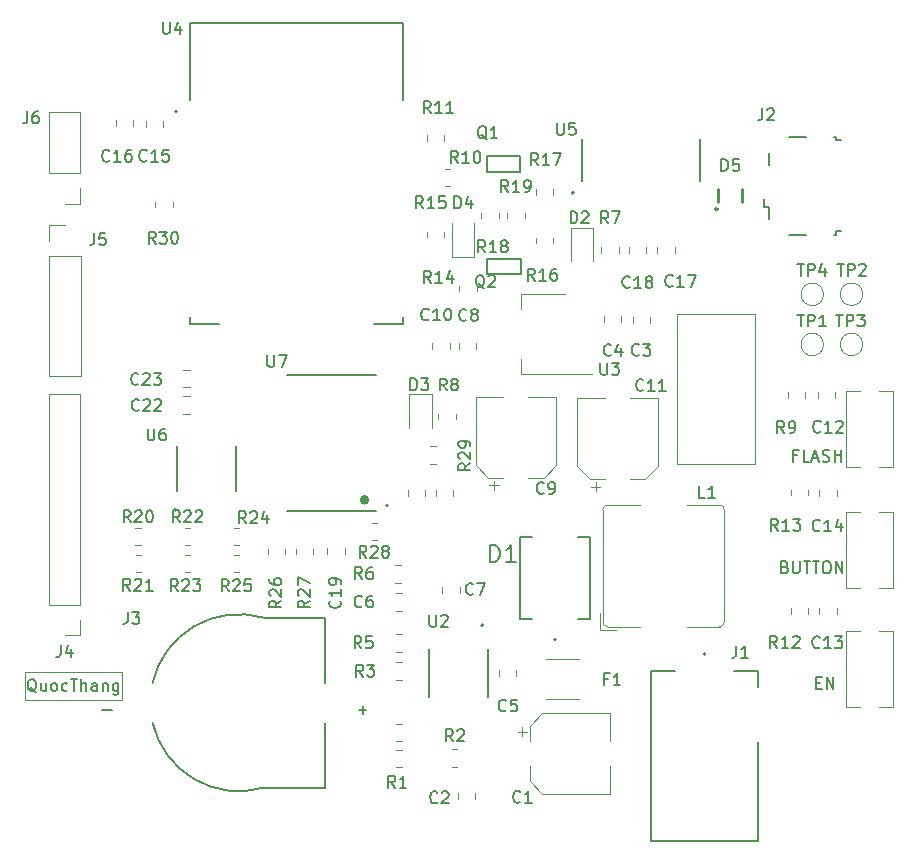
<source format=gbr>
%TF.GenerationSoftware,KiCad,Pcbnew,7.0.5*%
%TF.CreationDate,2023-07-07T19:33:34+07:00*%
%TF.ProjectId,19-6-2023_WeatherStation_QuocThang_V1,31392d36-2d32-4303-9233-5f5765617468,rev?*%
%TF.SameCoordinates,Original*%
%TF.FileFunction,Legend,Top*%
%TF.FilePolarity,Positive*%
%FSLAX46Y46*%
G04 Gerber Fmt 4.6, Leading zero omitted, Abs format (unit mm)*
G04 Created by KiCad (PCBNEW 7.0.5) date 2023-07-07 19:33:34*
%MOMM*%
%LPD*%
G01*
G04 APERTURE LIST*
%ADD10C,0.100000*%
%ADD11C,0.150000*%
%ADD12C,0.120000*%
%ADD13C,0.152400*%
%ADD14C,0.127000*%
%ADD15C,0.200000*%
%ADD16C,0.220000*%
%ADD17C,0.400000*%
%ADD18C,0.203200*%
G04 APERTURE END LIST*
D10*
X110150000Y-94535000D02*
X118410000Y-94535000D01*
X118410000Y-96955000D01*
X110150000Y-96955000D01*
X110150000Y-94535000D01*
D11*
X111133445Y-96280057D02*
X111038207Y-96232438D01*
X111038207Y-96232438D02*
X110942969Y-96137200D01*
X110942969Y-96137200D02*
X110800112Y-95994342D01*
X110800112Y-95994342D02*
X110704874Y-95946723D01*
X110704874Y-95946723D02*
X110609636Y-95946723D01*
X110657255Y-96184819D02*
X110562017Y-96137200D01*
X110562017Y-96137200D02*
X110466779Y-96041961D01*
X110466779Y-96041961D02*
X110419160Y-95851485D01*
X110419160Y-95851485D02*
X110419160Y-95518152D01*
X110419160Y-95518152D02*
X110466779Y-95327676D01*
X110466779Y-95327676D02*
X110562017Y-95232438D01*
X110562017Y-95232438D02*
X110657255Y-95184819D01*
X110657255Y-95184819D02*
X110847731Y-95184819D01*
X110847731Y-95184819D02*
X110942969Y-95232438D01*
X110942969Y-95232438D02*
X111038207Y-95327676D01*
X111038207Y-95327676D02*
X111085826Y-95518152D01*
X111085826Y-95518152D02*
X111085826Y-95851485D01*
X111085826Y-95851485D02*
X111038207Y-96041961D01*
X111038207Y-96041961D02*
X110942969Y-96137200D01*
X110942969Y-96137200D02*
X110847731Y-96184819D01*
X110847731Y-96184819D02*
X110657255Y-96184819D01*
X111942969Y-95518152D02*
X111942969Y-96184819D01*
X111514398Y-95518152D02*
X111514398Y-96041961D01*
X111514398Y-96041961D02*
X111562017Y-96137200D01*
X111562017Y-96137200D02*
X111657255Y-96184819D01*
X111657255Y-96184819D02*
X111800112Y-96184819D01*
X111800112Y-96184819D02*
X111895350Y-96137200D01*
X111895350Y-96137200D02*
X111942969Y-96089580D01*
X112562017Y-96184819D02*
X112466779Y-96137200D01*
X112466779Y-96137200D02*
X112419160Y-96089580D01*
X112419160Y-96089580D02*
X112371541Y-95994342D01*
X112371541Y-95994342D02*
X112371541Y-95708628D01*
X112371541Y-95708628D02*
X112419160Y-95613390D01*
X112419160Y-95613390D02*
X112466779Y-95565771D01*
X112466779Y-95565771D02*
X112562017Y-95518152D01*
X112562017Y-95518152D02*
X112704874Y-95518152D01*
X112704874Y-95518152D02*
X112800112Y-95565771D01*
X112800112Y-95565771D02*
X112847731Y-95613390D01*
X112847731Y-95613390D02*
X112895350Y-95708628D01*
X112895350Y-95708628D02*
X112895350Y-95994342D01*
X112895350Y-95994342D02*
X112847731Y-96089580D01*
X112847731Y-96089580D02*
X112800112Y-96137200D01*
X112800112Y-96137200D02*
X112704874Y-96184819D01*
X112704874Y-96184819D02*
X112562017Y-96184819D01*
X113752493Y-96137200D02*
X113657255Y-96184819D01*
X113657255Y-96184819D02*
X113466779Y-96184819D01*
X113466779Y-96184819D02*
X113371541Y-96137200D01*
X113371541Y-96137200D02*
X113323922Y-96089580D01*
X113323922Y-96089580D02*
X113276303Y-95994342D01*
X113276303Y-95994342D02*
X113276303Y-95708628D01*
X113276303Y-95708628D02*
X113323922Y-95613390D01*
X113323922Y-95613390D02*
X113371541Y-95565771D01*
X113371541Y-95565771D02*
X113466779Y-95518152D01*
X113466779Y-95518152D02*
X113657255Y-95518152D01*
X113657255Y-95518152D02*
X113752493Y-95565771D01*
X114038208Y-95184819D02*
X114609636Y-95184819D01*
X114323922Y-96184819D02*
X114323922Y-95184819D01*
X114942970Y-96184819D02*
X114942970Y-95184819D01*
X115371541Y-96184819D02*
X115371541Y-95661009D01*
X115371541Y-95661009D02*
X115323922Y-95565771D01*
X115323922Y-95565771D02*
X115228684Y-95518152D01*
X115228684Y-95518152D02*
X115085827Y-95518152D01*
X115085827Y-95518152D02*
X114990589Y-95565771D01*
X114990589Y-95565771D02*
X114942970Y-95613390D01*
X116276303Y-96184819D02*
X116276303Y-95661009D01*
X116276303Y-95661009D02*
X116228684Y-95565771D01*
X116228684Y-95565771D02*
X116133446Y-95518152D01*
X116133446Y-95518152D02*
X115942970Y-95518152D01*
X115942970Y-95518152D02*
X115847732Y-95565771D01*
X116276303Y-96137200D02*
X116181065Y-96184819D01*
X116181065Y-96184819D02*
X115942970Y-96184819D01*
X115942970Y-96184819D02*
X115847732Y-96137200D01*
X115847732Y-96137200D02*
X115800113Y-96041961D01*
X115800113Y-96041961D02*
X115800113Y-95946723D01*
X115800113Y-95946723D02*
X115847732Y-95851485D01*
X115847732Y-95851485D02*
X115942970Y-95803866D01*
X115942970Y-95803866D02*
X116181065Y-95803866D01*
X116181065Y-95803866D02*
X116276303Y-95756247D01*
X116752494Y-95518152D02*
X116752494Y-96184819D01*
X116752494Y-95613390D02*
X116800113Y-95565771D01*
X116800113Y-95565771D02*
X116895351Y-95518152D01*
X116895351Y-95518152D02*
X117038208Y-95518152D01*
X117038208Y-95518152D02*
X117133446Y-95565771D01*
X117133446Y-95565771D02*
X117181065Y-95661009D01*
X117181065Y-95661009D02*
X117181065Y-96184819D01*
X118085827Y-95518152D02*
X118085827Y-96327676D01*
X118085827Y-96327676D02*
X118038208Y-96422914D01*
X118038208Y-96422914D02*
X117990589Y-96470533D01*
X117990589Y-96470533D02*
X117895351Y-96518152D01*
X117895351Y-96518152D02*
X117752494Y-96518152D01*
X117752494Y-96518152D02*
X117657256Y-96470533D01*
X118085827Y-96137200D02*
X117990589Y-96184819D01*
X117990589Y-96184819D02*
X117800113Y-96184819D01*
X117800113Y-96184819D02*
X117704875Y-96137200D01*
X117704875Y-96137200D02*
X117657256Y-96089580D01*
X117657256Y-96089580D02*
X117609637Y-95994342D01*
X117609637Y-95994342D02*
X117609637Y-95708628D01*
X117609637Y-95708628D02*
X117657256Y-95613390D01*
X117657256Y-95613390D02*
X117704875Y-95565771D01*
X117704875Y-95565771D02*
X117800113Y-95518152D01*
X117800113Y-95518152D02*
X117990589Y-95518152D01*
X117990589Y-95518152D02*
X118085827Y-95565771D01*
%TO.C,R23*%
X123124142Y-87737819D02*
X122790809Y-87261628D01*
X122552714Y-87737819D02*
X122552714Y-86737819D01*
X122552714Y-86737819D02*
X122933666Y-86737819D01*
X122933666Y-86737819D02*
X123028904Y-86785438D01*
X123028904Y-86785438D02*
X123076523Y-86833057D01*
X123076523Y-86833057D02*
X123124142Y-86928295D01*
X123124142Y-86928295D02*
X123124142Y-87071152D01*
X123124142Y-87071152D02*
X123076523Y-87166390D01*
X123076523Y-87166390D02*
X123028904Y-87214009D01*
X123028904Y-87214009D02*
X122933666Y-87261628D01*
X122933666Y-87261628D02*
X122552714Y-87261628D01*
X123505095Y-86833057D02*
X123552714Y-86785438D01*
X123552714Y-86785438D02*
X123647952Y-86737819D01*
X123647952Y-86737819D02*
X123886047Y-86737819D01*
X123886047Y-86737819D02*
X123981285Y-86785438D01*
X123981285Y-86785438D02*
X124028904Y-86833057D01*
X124028904Y-86833057D02*
X124076523Y-86928295D01*
X124076523Y-86928295D02*
X124076523Y-87023533D01*
X124076523Y-87023533D02*
X124028904Y-87166390D01*
X124028904Y-87166390D02*
X123457476Y-87737819D01*
X123457476Y-87737819D02*
X124076523Y-87737819D01*
X124409857Y-86737819D02*
X125028904Y-86737819D01*
X125028904Y-86737819D02*
X124695571Y-87118771D01*
X124695571Y-87118771D02*
X124838428Y-87118771D01*
X124838428Y-87118771D02*
X124933666Y-87166390D01*
X124933666Y-87166390D02*
X124981285Y-87214009D01*
X124981285Y-87214009D02*
X125028904Y-87309247D01*
X125028904Y-87309247D02*
X125028904Y-87547342D01*
X125028904Y-87547342D02*
X124981285Y-87642580D01*
X124981285Y-87642580D02*
X124933666Y-87690200D01*
X124933666Y-87690200D02*
X124838428Y-87737819D01*
X124838428Y-87737819D02*
X124552714Y-87737819D01*
X124552714Y-87737819D02*
X124457476Y-87690200D01*
X124457476Y-87690200D02*
X124409857Y-87642580D01*
%TO.C,C13*%
X177457142Y-92469080D02*
X177409523Y-92516700D01*
X177409523Y-92516700D02*
X177266666Y-92564319D01*
X177266666Y-92564319D02*
X177171428Y-92564319D01*
X177171428Y-92564319D02*
X177028571Y-92516700D01*
X177028571Y-92516700D02*
X176933333Y-92421461D01*
X176933333Y-92421461D02*
X176885714Y-92326223D01*
X176885714Y-92326223D02*
X176838095Y-92135747D01*
X176838095Y-92135747D02*
X176838095Y-91992890D01*
X176838095Y-91992890D02*
X176885714Y-91802414D01*
X176885714Y-91802414D02*
X176933333Y-91707176D01*
X176933333Y-91707176D02*
X177028571Y-91611938D01*
X177028571Y-91611938D02*
X177171428Y-91564319D01*
X177171428Y-91564319D02*
X177266666Y-91564319D01*
X177266666Y-91564319D02*
X177409523Y-91611938D01*
X177409523Y-91611938D02*
X177457142Y-91659557D01*
X178409523Y-92564319D02*
X177838095Y-92564319D01*
X178123809Y-92564319D02*
X178123809Y-91564319D01*
X178123809Y-91564319D02*
X178028571Y-91707176D01*
X178028571Y-91707176D02*
X177933333Y-91802414D01*
X177933333Y-91802414D02*
X177838095Y-91850033D01*
X178742857Y-91564319D02*
X179361904Y-91564319D01*
X179361904Y-91564319D02*
X179028571Y-91945271D01*
X179028571Y-91945271D02*
X179171428Y-91945271D01*
X179171428Y-91945271D02*
X179266666Y-91992890D01*
X179266666Y-91992890D02*
X179314285Y-92040509D01*
X179314285Y-92040509D02*
X179361904Y-92135747D01*
X179361904Y-92135747D02*
X179361904Y-92373842D01*
X179361904Y-92373842D02*
X179314285Y-92469080D01*
X179314285Y-92469080D02*
X179266666Y-92516700D01*
X179266666Y-92516700D02*
X179171428Y-92564319D01*
X179171428Y-92564319D02*
X178885714Y-92564319D01*
X178885714Y-92564319D02*
X178790476Y-92516700D01*
X178790476Y-92516700D02*
X178742857Y-92469080D01*
%TO.C,C22*%
X119824142Y-72367580D02*
X119776523Y-72415200D01*
X119776523Y-72415200D02*
X119633666Y-72462819D01*
X119633666Y-72462819D02*
X119538428Y-72462819D01*
X119538428Y-72462819D02*
X119395571Y-72415200D01*
X119395571Y-72415200D02*
X119300333Y-72319961D01*
X119300333Y-72319961D02*
X119252714Y-72224723D01*
X119252714Y-72224723D02*
X119205095Y-72034247D01*
X119205095Y-72034247D02*
X119205095Y-71891390D01*
X119205095Y-71891390D02*
X119252714Y-71700914D01*
X119252714Y-71700914D02*
X119300333Y-71605676D01*
X119300333Y-71605676D02*
X119395571Y-71510438D01*
X119395571Y-71510438D02*
X119538428Y-71462819D01*
X119538428Y-71462819D02*
X119633666Y-71462819D01*
X119633666Y-71462819D02*
X119776523Y-71510438D01*
X119776523Y-71510438D02*
X119824142Y-71558057D01*
X120205095Y-71558057D02*
X120252714Y-71510438D01*
X120252714Y-71510438D02*
X120347952Y-71462819D01*
X120347952Y-71462819D02*
X120586047Y-71462819D01*
X120586047Y-71462819D02*
X120681285Y-71510438D01*
X120681285Y-71510438D02*
X120728904Y-71558057D01*
X120728904Y-71558057D02*
X120776523Y-71653295D01*
X120776523Y-71653295D02*
X120776523Y-71748533D01*
X120776523Y-71748533D02*
X120728904Y-71891390D01*
X120728904Y-71891390D02*
X120157476Y-72462819D01*
X120157476Y-72462819D02*
X120776523Y-72462819D01*
X121157476Y-71558057D02*
X121205095Y-71510438D01*
X121205095Y-71510438D02*
X121300333Y-71462819D01*
X121300333Y-71462819D02*
X121538428Y-71462819D01*
X121538428Y-71462819D02*
X121633666Y-71510438D01*
X121633666Y-71510438D02*
X121681285Y-71558057D01*
X121681285Y-71558057D02*
X121728904Y-71653295D01*
X121728904Y-71653295D02*
X121728904Y-71748533D01*
X121728904Y-71748533D02*
X121681285Y-71891390D01*
X121681285Y-71891390D02*
X121109857Y-72462819D01*
X121109857Y-72462819D02*
X121728904Y-72462819D01*
%TO.C,R27*%
X134271819Y-88525857D02*
X133795628Y-88859190D01*
X134271819Y-89097285D02*
X133271819Y-89097285D01*
X133271819Y-89097285D02*
X133271819Y-88716333D01*
X133271819Y-88716333D02*
X133319438Y-88621095D01*
X133319438Y-88621095D02*
X133367057Y-88573476D01*
X133367057Y-88573476D02*
X133462295Y-88525857D01*
X133462295Y-88525857D02*
X133605152Y-88525857D01*
X133605152Y-88525857D02*
X133700390Y-88573476D01*
X133700390Y-88573476D02*
X133748009Y-88621095D01*
X133748009Y-88621095D02*
X133795628Y-88716333D01*
X133795628Y-88716333D02*
X133795628Y-89097285D01*
X133367057Y-88144904D02*
X133319438Y-88097285D01*
X133319438Y-88097285D02*
X133271819Y-88002047D01*
X133271819Y-88002047D02*
X133271819Y-87763952D01*
X133271819Y-87763952D02*
X133319438Y-87668714D01*
X133319438Y-87668714D02*
X133367057Y-87621095D01*
X133367057Y-87621095D02*
X133462295Y-87573476D01*
X133462295Y-87573476D02*
X133557533Y-87573476D01*
X133557533Y-87573476D02*
X133700390Y-87621095D01*
X133700390Y-87621095D02*
X134271819Y-88192523D01*
X134271819Y-88192523D02*
X134271819Y-87573476D01*
X133271819Y-87240142D02*
X133271819Y-86573476D01*
X133271819Y-86573476D02*
X134271819Y-87002047D01*
%TO.C,R21*%
X119074142Y-87687819D02*
X118740809Y-87211628D01*
X118502714Y-87687819D02*
X118502714Y-86687819D01*
X118502714Y-86687819D02*
X118883666Y-86687819D01*
X118883666Y-86687819D02*
X118978904Y-86735438D01*
X118978904Y-86735438D02*
X119026523Y-86783057D01*
X119026523Y-86783057D02*
X119074142Y-86878295D01*
X119074142Y-86878295D02*
X119074142Y-87021152D01*
X119074142Y-87021152D02*
X119026523Y-87116390D01*
X119026523Y-87116390D02*
X118978904Y-87164009D01*
X118978904Y-87164009D02*
X118883666Y-87211628D01*
X118883666Y-87211628D02*
X118502714Y-87211628D01*
X119455095Y-86783057D02*
X119502714Y-86735438D01*
X119502714Y-86735438D02*
X119597952Y-86687819D01*
X119597952Y-86687819D02*
X119836047Y-86687819D01*
X119836047Y-86687819D02*
X119931285Y-86735438D01*
X119931285Y-86735438D02*
X119978904Y-86783057D01*
X119978904Y-86783057D02*
X120026523Y-86878295D01*
X120026523Y-86878295D02*
X120026523Y-86973533D01*
X120026523Y-86973533D02*
X119978904Y-87116390D01*
X119978904Y-87116390D02*
X119407476Y-87687819D01*
X119407476Y-87687819D02*
X120026523Y-87687819D01*
X120978904Y-87687819D02*
X120407476Y-87687819D01*
X120693190Y-87687819D02*
X120693190Y-86687819D01*
X120693190Y-86687819D02*
X120597952Y-86830676D01*
X120597952Y-86830676D02*
X120502714Y-86925914D01*
X120502714Y-86925914D02*
X120407476Y-86973533D01*
%TO.C,C17*%
X165004142Y-61857580D02*
X164956523Y-61905200D01*
X164956523Y-61905200D02*
X164813666Y-61952819D01*
X164813666Y-61952819D02*
X164718428Y-61952819D01*
X164718428Y-61952819D02*
X164575571Y-61905200D01*
X164575571Y-61905200D02*
X164480333Y-61809961D01*
X164480333Y-61809961D02*
X164432714Y-61714723D01*
X164432714Y-61714723D02*
X164385095Y-61524247D01*
X164385095Y-61524247D02*
X164385095Y-61381390D01*
X164385095Y-61381390D02*
X164432714Y-61190914D01*
X164432714Y-61190914D02*
X164480333Y-61095676D01*
X164480333Y-61095676D02*
X164575571Y-61000438D01*
X164575571Y-61000438D02*
X164718428Y-60952819D01*
X164718428Y-60952819D02*
X164813666Y-60952819D01*
X164813666Y-60952819D02*
X164956523Y-61000438D01*
X164956523Y-61000438D02*
X165004142Y-61048057D01*
X165956523Y-61952819D02*
X165385095Y-61952819D01*
X165670809Y-61952819D02*
X165670809Y-60952819D01*
X165670809Y-60952819D02*
X165575571Y-61095676D01*
X165575571Y-61095676D02*
X165480333Y-61190914D01*
X165480333Y-61190914D02*
X165385095Y-61238533D01*
X166289857Y-60952819D02*
X166956523Y-60952819D01*
X166956523Y-60952819D02*
X166527952Y-61952819D01*
%TO.C,R5*%
X138650333Y-92562819D02*
X138317000Y-92086628D01*
X138078905Y-92562819D02*
X138078905Y-91562819D01*
X138078905Y-91562819D02*
X138459857Y-91562819D01*
X138459857Y-91562819D02*
X138555095Y-91610438D01*
X138555095Y-91610438D02*
X138602714Y-91658057D01*
X138602714Y-91658057D02*
X138650333Y-91753295D01*
X138650333Y-91753295D02*
X138650333Y-91896152D01*
X138650333Y-91896152D02*
X138602714Y-91991390D01*
X138602714Y-91991390D02*
X138555095Y-92039009D01*
X138555095Y-92039009D02*
X138459857Y-92086628D01*
X138459857Y-92086628D02*
X138078905Y-92086628D01*
X139555095Y-91562819D02*
X139078905Y-91562819D01*
X139078905Y-91562819D02*
X139031286Y-92039009D01*
X139031286Y-92039009D02*
X139078905Y-91991390D01*
X139078905Y-91991390D02*
X139174143Y-91943771D01*
X139174143Y-91943771D02*
X139412238Y-91943771D01*
X139412238Y-91943771D02*
X139507476Y-91991390D01*
X139507476Y-91991390D02*
X139555095Y-92039009D01*
X139555095Y-92039009D02*
X139602714Y-92134247D01*
X139602714Y-92134247D02*
X139602714Y-92372342D01*
X139602714Y-92372342D02*
X139555095Y-92467580D01*
X139555095Y-92467580D02*
X139507476Y-92515200D01*
X139507476Y-92515200D02*
X139412238Y-92562819D01*
X139412238Y-92562819D02*
X139174143Y-92562819D01*
X139174143Y-92562819D02*
X139078905Y-92515200D01*
X139078905Y-92515200D02*
X139031286Y-92467580D01*
%TO.C,R2*%
X146403333Y-100439819D02*
X146070000Y-99963628D01*
X145831905Y-100439819D02*
X145831905Y-99439819D01*
X145831905Y-99439819D02*
X146212857Y-99439819D01*
X146212857Y-99439819D02*
X146308095Y-99487438D01*
X146308095Y-99487438D02*
X146355714Y-99535057D01*
X146355714Y-99535057D02*
X146403333Y-99630295D01*
X146403333Y-99630295D02*
X146403333Y-99773152D01*
X146403333Y-99773152D02*
X146355714Y-99868390D01*
X146355714Y-99868390D02*
X146308095Y-99916009D01*
X146308095Y-99916009D02*
X146212857Y-99963628D01*
X146212857Y-99963628D02*
X145831905Y-99963628D01*
X146784286Y-99535057D02*
X146831905Y-99487438D01*
X146831905Y-99487438D02*
X146927143Y-99439819D01*
X146927143Y-99439819D02*
X147165238Y-99439819D01*
X147165238Y-99439819D02*
X147260476Y-99487438D01*
X147260476Y-99487438D02*
X147308095Y-99535057D01*
X147308095Y-99535057D02*
X147355714Y-99630295D01*
X147355714Y-99630295D02*
X147355714Y-99725533D01*
X147355714Y-99725533D02*
X147308095Y-99868390D01*
X147308095Y-99868390D02*
X146736667Y-100439819D01*
X146736667Y-100439819D02*
X147355714Y-100439819D01*
%TO.C,C16*%
X117324142Y-51267580D02*
X117276523Y-51315200D01*
X117276523Y-51315200D02*
X117133666Y-51362819D01*
X117133666Y-51362819D02*
X117038428Y-51362819D01*
X117038428Y-51362819D02*
X116895571Y-51315200D01*
X116895571Y-51315200D02*
X116800333Y-51219961D01*
X116800333Y-51219961D02*
X116752714Y-51124723D01*
X116752714Y-51124723D02*
X116705095Y-50934247D01*
X116705095Y-50934247D02*
X116705095Y-50791390D01*
X116705095Y-50791390D02*
X116752714Y-50600914D01*
X116752714Y-50600914D02*
X116800333Y-50505676D01*
X116800333Y-50505676D02*
X116895571Y-50410438D01*
X116895571Y-50410438D02*
X117038428Y-50362819D01*
X117038428Y-50362819D02*
X117133666Y-50362819D01*
X117133666Y-50362819D02*
X117276523Y-50410438D01*
X117276523Y-50410438D02*
X117324142Y-50458057D01*
X118276523Y-51362819D02*
X117705095Y-51362819D01*
X117990809Y-51362819D02*
X117990809Y-50362819D01*
X117990809Y-50362819D02*
X117895571Y-50505676D01*
X117895571Y-50505676D02*
X117800333Y-50600914D01*
X117800333Y-50600914D02*
X117705095Y-50648533D01*
X119133666Y-50362819D02*
X118943190Y-50362819D01*
X118943190Y-50362819D02*
X118847952Y-50410438D01*
X118847952Y-50410438D02*
X118800333Y-50458057D01*
X118800333Y-50458057D02*
X118705095Y-50600914D01*
X118705095Y-50600914D02*
X118657476Y-50791390D01*
X118657476Y-50791390D02*
X118657476Y-51172342D01*
X118657476Y-51172342D02*
X118705095Y-51267580D01*
X118705095Y-51267580D02*
X118752714Y-51315200D01*
X118752714Y-51315200D02*
X118847952Y-51362819D01*
X118847952Y-51362819D02*
X119038428Y-51362819D01*
X119038428Y-51362819D02*
X119133666Y-51315200D01*
X119133666Y-51315200D02*
X119181285Y-51267580D01*
X119181285Y-51267580D02*
X119228904Y-51172342D01*
X119228904Y-51172342D02*
X119228904Y-50934247D01*
X119228904Y-50934247D02*
X119181285Y-50839009D01*
X119181285Y-50839009D02*
X119133666Y-50791390D01*
X119133666Y-50791390D02*
X119038428Y-50743771D01*
X119038428Y-50743771D02*
X118847952Y-50743771D01*
X118847952Y-50743771D02*
X118752714Y-50791390D01*
X118752714Y-50791390D02*
X118705095Y-50839009D01*
X118705095Y-50839009D02*
X118657476Y-50934247D01*
%TO.C,R26*%
X131871819Y-88525857D02*
X131395628Y-88859190D01*
X131871819Y-89097285D02*
X130871819Y-89097285D01*
X130871819Y-89097285D02*
X130871819Y-88716333D01*
X130871819Y-88716333D02*
X130919438Y-88621095D01*
X130919438Y-88621095D02*
X130967057Y-88573476D01*
X130967057Y-88573476D02*
X131062295Y-88525857D01*
X131062295Y-88525857D02*
X131205152Y-88525857D01*
X131205152Y-88525857D02*
X131300390Y-88573476D01*
X131300390Y-88573476D02*
X131348009Y-88621095D01*
X131348009Y-88621095D02*
X131395628Y-88716333D01*
X131395628Y-88716333D02*
X131395628Y-89097285D01*
X130967057Y-88144904D02*
X130919438Y-88097285D01*
X130919438Y-88097285D02*
X130871819Y-88002047D01*
X130871819Y-88002047D02*
X130871819Y-87763952D01*
X130871819Y-87763952D02*
X130919438Y-87668714D01*
X130919438Y-87668714D02*
X130967057Y-87621095D01*
X130967057Y-87621095D02*
X131062295Y-87573476D01*
X131062295Y-87573476D02*
X131157533Y-87573476D01*
X131157533Y-87573476D02*
X131300390Y-87621095D01*
X131300390Y-87621095D02*
X131871819Y-88192523D01*
X131871819Y-88192523D02*
X131871819Y-87573476D01*
X130871819Y-86716333D02*
X130871819Y-86906809D01*
X130871819Y-86906809D02*
X130919438Y-87002047D01*
X130919438Y-87002047D02*
X130967057Y-87049666D01*
X130967057Y-87049666D02*
X131109914Y-87144904D01*
X131109914Y-87144904D02*
X131300390Y-87192523D01*
X131300390Y-87192523D02*
X131681342Y-87192523D01*
X131681342Y-87192523D02*
X131776580Y-87144904D01*
X131776580Y-87144904D02*
X131824200Y-87097285D01*
X131824200Y-87097285D02*
X131871819Y-87002047D01*
X131871819Y-87002047D02*
X131871819Y-86811571D01*
X131871819Y-86811571D02*
X131824200Y-86716333D01*
X131824200Y-86716333D02*
X131776580Y-86668714D01*
X131776580Y-86668714D02*
X131681342Y-86621095D01*
X131681342Y-86621095D02*
X131443247Y-86621095D01*
X131443247Y-86621095D02*
X131348009Y-86668714D01*
X131348009Y-86668714D02*
X131300390Y-86716333D01*
X131300390Y-86716333D02*
X131252771Y-86811571D01*
X131252771Y-86811571D02*
X131252771Y-87002047D01*
X131252771Y-87002047D02*
X131300390Y-87097285D01*
X131300390Y-87097285D02*
X131348009Y-87144904D01*
X131348009Y-87144904D02*
X131443247Y-87192523D01*
%TO.C,R17*%
X153624142Y-51662819D02*
X153290809Y-51186628D01*
X153052714Y-51662819D02*
X153052714Y-50662819D01*
X153052714Y-50662819D02*
X153433666Y-50662819D01*
X153433666Y-50662819D02*
X153528904Y-50710438D01*
X153528904Y-50710438D02*
X153576523Y-50758057D01*
X153576523Y-50758057D02*
X153624142Y-50853295D01*
X153624142Y-50853295D02*
X153624142Y-50996152D01*
X153624142Y-50996152D02*
X153576523Y-51091390D01*
X153576523Y-51091390D02*
X153528904Y-51139009D01*
X153528904Y-51139009D02*
X153433666Y-51186628D01*
X153433666Y-51186628D02*
X153052714Y-51186628D01*
X154576523Y-51662819D02*
X154005095Y-51662819D01*
X154290809Y-51662819D02*
X154290809Y-50662819D01*
X154290809Y-50662819D02*
X154195571Y-50805676D01*
X154195571Y-50805676D02*
X154100333Y-50900914D01*
X154100333Y-50900914D02*
X154005095Y-50948533D01*
X154909857Y-50662819D02*
X155576523Y-50662819D01*
X155576523Y-50662819D02*
X155147952Y-51662819D01*
%TO.C,R18*%
X149127142Y-59039819D02*
X148793809Y-58563628D01*
X148555714Y-59039819D02*
X148555714Y-58039819D01*
X148555714Y-58039819D02*
X148936666Y-58039819D01*
X148936666Y-58039819D02*
X149031904Y-58087438D01*
X149031904Y-58087438D02*
X149079523Y-58135057D01*
X149079523Y-58135057D02*
X149127142Y-58230295D01*
X149127142Y-58230295D02*
X149127142Y-58373152D01*
X149127142Y-58373152D02*
X149079523Y-58468390D01*
X149079523Y-58468390D02*
X149031904Y-58516009D01*
X149031904Y-58516009D02*
X148936666Y-58563628D01*
X148936666Y-58563628D02*
X148555714Y-58563628D01*
X150079523Y-59039819D02*
X149508095Y-59039819D01*
X149793809Y-59039819D02*
X149793809Y-58039819D01*
X149793809Y-58039819D02*
X149698571Y-58182676D01*
X149698571Y-58182676D02*
X149603333Y-58277914D01*
X149603333Y-58277914D02*
X149508095Y-58325533D01*
X150650952Y-58468390D02*
X150555714Y-58420771D01*
X150555714Y-58420771D02*
X150508095Y-58373152D01*
X150508095Y-58373152D02*
X150460476Y-58277914D01*
X150460476Y-58277914D02*
X150460476Y-58230295D01*
X150460476Y-58230295D02*
X150508095Y-58135057D01*
X150508095Y-58135057D02*
X150555714Y-58087438D01*
X150555714Y-58087438D02*
X150650952Y-58039819D01*
X150650952Y-58039819D02*
X150841428Y-58039819D01*
X150841428Y-58039819D02*
X150936666Y-58087438D01*
X150936666Y-58087438D02*
X150984285Y-58135057D01*
X150984285Y-58135057D02*
X151031904Y-58230295D01*
X151031904Y-58230295D02*
X151031904Y-58277914D01*
X151031904Y-58277914D02*
X150984285Y-58373152D01*
X150984285Y-58373152D02*
X150936666Y-58420771D01*
X150936666Y-58420771D02*
X150841428Y-58468390D01*
X150841428Y-58468390D02*
X150650952Y-58468390D01*
X150650952Y-58468390D02*
X150555714Y-58516009D01*
X150555714Y-58516009D02*
X150508095Y-58563628D01*
X150508095Y-58563628D02*
X150460476Y-58658866D01*
X150460476Y-58658866D02*
X150460476Y-58849342D01*
X150460476Y-58849342D02*
X150508095Y-58944580D01*
X150508095Y-58944580D02*
X150555714Y-58992200D01*
X150555714Y-58992200D02*
X150650952Y-59039819D01*
X150650952Y-59039819D02*
X150841428Y-59039819D01*
X150841428Y-59039819D02*
X150936666Y-58992200D01*
X150936666Y-58992200D02*
X150984285Y-58944580D01*
X150984285Y-58944580D02*
X151031904Y-58849342D01*
X151031904Y-58849342D02*
X151031904Y-58658866D01*
X151031904Y-58658866D02*
X150984285Y-58563628D01*
X150984285Y-58563628D02*
X150936666Y-58516009D01*
X150936666Y-58516009D02*
X150841428Y-58468390D01*
%TO.C,Q1*%
X149271698Y-49483430D02*
X149176396Y-49435779D01*
X149176396Y-49435779D02*
X149081094Y-49340478D01*
X149081094Y-49340478D02*
X148938141Y-49197525D01*
X148938141Y-49197525D02*
X148842840Y-49149874D01*
X148842840Y-49149874D02*
X148747538Y-49149874D01*
X148795189Y-49388128D02*
X148699887Y-49340478D01*
X148699887Y-49340478D02*
X148604585Y-49245176D01*
X148604585Y-49245176D02*
X148556934Y-49054572D01*
X148556934Y-49054572D02*
X148556934Y-48721016D01*
X148556934Y-48721016D02*
X148604585Y-48530412D01*
X148604585Y-48530412D02*
X148699887Y-48435110D01*
X148699887Y-48435110D02*
X148795189Y-48387459D01*
X148795189Y-48387459D02*
X148985792Y-48387459D01*
X148985792Y-48387459D02*
X149081094Y-48435110D01*
X149081094Y-48435110D02*
X149176396Y-48530412D01*
X149176396Y-48530412D02*
X149224047Y-48721016D01*
X149224047Y-48721016D02*
X149224047Y-49054572D01*
X149224047Y-49054572D02*
X149176396Y-49245176D01*
X149176396Y-49245176D02*
X149081094Y-49340478D01*
X149081094Y-49340478D02*
X148985792Y-49388128D01*
X148985792Y-49388128D02*
X148795189Y-49388128D01*
X150177065Y-49388128D02*
X149605254Y-49388128D01*
X149891160Y-49388128D02*
X149891160Y-48387459D01*
X149891160Y-48387459D02*
X149795858Y-48530412D01*
X149795858Y-48530412D02*
X149700556Y-48625714D01*
X149700556Y-48625714D02*
X149605254Y-48673365D01*
%TO.C,J4*%
X113183666Y-92312819D02*
X113183666Y-93027104D01*
X113183666Y-93027104D02*
X113136047Y-93169961D01*
X113136047Y-93169961D02*
X113040809Y-93265200D01*
X113040809Y-93265200D02*
X112897952Y-93312819D01*
X112897952Y-93312819D02*
X112802714Y-93312819D01*
X114088428Y-92646152D02*
X114088428Y-93312819D01*
X113850333Y-92265200D02*
X113612238Y-92979485D01*
X113612238Y-92979485D02*
X114231285Y-92979485D01*
%TO.C,C6*%
X138700333Y-89017580D02*
X138652714Y-89065200D01*
X138652714Y-89065200D02*
X138509857Y-89112819D01*
X138509857Y-89112819D02*
X138414619Y-89112819D01*
X138414619Y-89112819D02*
X138271762Y-89065200D01*
X138271762Y-89065200D02*
X138176524Y-88969961D01*
X138176524Y-88969961D02*
X138128905Y-88874723D01*
X138128905Y-88874723D02*
X138081286Y-88684247D01*
X138081286Y-88684247D02*
X138081286Y-88541390D01*
X138081286Y-88541390D02*
X138128905Y-88350914D01*
X138128905Y-88350914D02*
X138176524Y-88255676D01*
X138176524Y-88255676D02*
X138271762Y-88160438D01*
X138271762Y-88160438D02*
X138414619Y-88112819D01*
X138414619Y-88112819D02*
X138509857Y-88112819D01*
X138509857Y-88112819D02*
X138652714Y-88160438D01*
X138652714Y-88160438D02*
X138700333Y-88208057D01*
X139557476Y-88112819D02*
X139367000Y-88112819D01*
X139367000Y-88112819D02*
X139271762Y-88160438D01*
X139271762Y-88160438D02*
X139224143Y-88208057D01*
X139224143Y-88208057D02*
X139128905Y-88350914D01*
X139128905Y-88350914D02*
X139081286Y-88541390D01*
X139081286Y-88541390D02*
X139081286Y-88922342D01*
X139081286Y-88922342D02*
X139128905Y-89017580D01*
X139128905Y-89017580D02*
X139176524Y-89065200D01*
X139176524Y-89065200D02*
X139271762Y-89112819D01*
X139271762Y-89112819D02*
X139462238Y-89112819D01*
X139462238Y-89112819D02*
X139557476Y-89065200D01*
X139557476Y-89065200D02*
X139605095Y-89017580D01*
X139605095Y-89017580D02*
X139652714Y-88922342D01*
X139652714Y-88922342D02*
X139652714Y-88684247D01*
X139652714Y-88684247D02*
X139605095Y-88589009D01*
X139605095Y-88589009D02*
X139557476Y-88541390D01*
X139557476Y-88541390D02*
X139462238Y-88493771D01*
X139462238Y-88493771D02*
X139271762Y-88493771D01*
X139271762Y-88493771D02*
X139176524Y-88541390D01*
X139176524Y-88541390D02*
X139128905Y-88589009D01*
X139128905Y-88589009D02*
X139081286Y-88684247D01*
%TO.C,C4*%
X159780333Y-67720080D02*
X159732714Y-67767700D01*
X159732714Y-67767700D02*
X159589857Y-67815319D01*
X159589857Y-67815319D02*
X159494619Y-67815319D01*
X159494619Y-67815319D02*
X159351762Y-67767700D01*
X159351762Y-67767700D02*
X159256524Y-67672461D01*
X159256524Y-67672461D02*
X159208905Y-67577223D01*
X159208905Y-67577223D02*
X159161286Y-67386747D01*
X159161286Y-67386747D02*
X159161286Y-67243890D01*
X159161286Y-67243890D02*
X159208905Y-67053414D01*
X159208905Y-67053414D02*
X159256524Y-66958176D01*
X159256524Y-66958176D02*
X159351762Y-66862938D01*
X159351762Y-66862938D02*
X159494619Y-66815319D01*
X159494619Y-66815319D02*
X159589857Y-66815319D01*
X159589857Y-66815319D02*
X159732714Y-66862938D01*
X159732714Y-66862938D02*
X159780333Y-66910557D01*
X160637476Y-67148652D02*
X160637476Y-67815319D01*
X160399381Y-66767700D02*
X160161286Y-67481985D01*
X160161286Y-67481985D02*
X160780333Y-67481985D01*
%TO.C,D3*%
X142811905Y-70719819D02*
X142811905Y-69719819D01*
X142811905Y-69719819D02*
X143050000Y-69719819D01*
X143050000Y-69719819D02*
X143192857Y-69767438D01*
X143192857Y-69767438D02*
X143288095Y-69862676D01*
X143288095Y-69862676D02*
X143335714Y-69957914D01*
X143335714Y-69957914D02*
X143383333Y-70148390D01*
X143383333Y-70148390D02*
X143383333Y-70291247D01*
X143383333Y-70291247D02*
X143335714Y-70481723D01*
X143335714Y-70481723D02*
X143288095Y-70576961D01*
X143288095Y-70576961D02*
X143192857Y-70672200D01*
X143192857Y-70672200D02*
X143050000Y-70719819D01*
X143050000Y-70719819D02*
X142811905Y-70719819D01*
X143716667Y-69719819D02*
X144335714Y-69719819D01*
X144335714Y-69719819D02*
X144002381Y-70100771D01*
X144002381Y-70100771D02*
X144145238Y-70100771D01*
X144145238Y-70100771D02*
X144240476Y-70148390D01*
X144240476Y-70148390D02*
X144288095Y-70196009D01*
X144288095Y-70196009D02*
X144335714Y-70291247D01*
X144335714Y-70291247D02*
X144335714Y-70529342D01*
X144335714Y-70529342D02*
X144288095Y-70624580D01*
X144288095Y-70624580D02*
X144240476Y-70672200D01*
X144240476Y-70672200D02*
X144145238Y-70719819D01*
X144145238Y-70719819D02*
X143859524Y-70719819D01*
X143859524Y-70719819D02*
X143764286Y-70672200D01*
X143764286Y-70672200D02*
X143716667Y-70624580D01*
%TO.C,FLASH*%
X175569523Y-76246009D02*
X175236190Y-76246009D01*
X175236190Y-76769819D02*
X175236190Y-75769819D01*
X175236190Y-75769819D02*
X175712380Y-75769819D01*
X176569523Y-76769819D02*
X176093333Y-76769819D01*
X176093333Y-76769819D02*
X176093333Y-75769819D01*
X176855238Y-76484104D02*
X177331428Y-76484104D01*
X176760000Y-76769819D02*
X177093333Y-75769819D01*
X177093333Y-75769819D02*
X177426666Y-76769819D01*
X177712381Y-76722200D02*
X177855238Y-76769819D01*
X177855238Y-76769819D02*
X178093333Y-76769819D01*
X178093333Y-76769819D02*
X178188571Y-76722200D01*
X178188571Y-76722200D02*
X178236190Y-76674580D01*
X178236190Y-76674580D02*
X178283809Y-76579342D01*
X178283809Y-76579342D02*
X178283809Y-76484104D01*
X178283809Y-76484104D02*
X178236190Y-76388866D01*
X178236190Y-76388866D02*
X178188571Y-76341247D01*
X178188571Y-76341247D02*
X178093333Y-76293628D01*
X178093333Y-76293628D02*
X177902857Y-76246009D01*
X177902857Y-76246009D02*
X177807619Y-76198390D01*
X177807619Y-76198390D02*
X177760000Y-76150771D01*
X177760000Y-76150771D02*
X177712381Y-76055533D01*
X177712381Y-76055533D02*
X177712381Y-75960295D01*
X177712381Y-75960295D02*
X177760000Y-75865057D01*
X177760000Y-75865057D02*
X177807619Y-75817438D01*
X177807619Y-75817438D02*
X177902857Y-75769819D01*
X177902857Y-75769819D02*
X178140952Y-75769819D01*
X178140952Y-75769819D02*
X178283809Y-75817438D01*
X178712381Y-76769819D02*
X178712381Y-75769819D01*
X178712381Y-76246009D02*
X179283809Y-76246009D01*
X179283809Y-76769819D02*
X179283809Y-75769819D01*
%TO.C,C9*%
X154100333Y-79392580D02*
X154052714Y-79440200D01*
X154052714Y-79440200D02*
X153909857Y-79487819D01*
X153909857Y-79487819D02*
X153814619Y-79487819D01*
X153814619Y-79487819D02*
X153671762Y-79440200D01*
X153671762Y-79440200D02*
X153576524Y-79344961D01*
X153576524Y-79344961D02*
X153528905Y-79249723D01*
X153528905Y-79249723D02*
X153481286Y-79059247D01*
X153481286Y-79059247D02*
X153481286Y-78916390D01*
X153481286Y-78916390D02*
X153528905Y-78725914D01*
X153528905Y-78725914D02*
X153576524Y-78630676D01*
X153576524Y-78630676D02*
X153671762Y-78535438D01*
X153671762Y-78535438D02*
X153814619Y-78487819D01*
X153814619Y-78487819D02*
X153909857Y-78487819D01*
X153909857Y-78487819D02*
X154052714Y-78535438D01*
X154052714Y-78535438D02*
X154100333Y-78583057D01*
X154576524Y-79487819D02*
X154767000Y-79487819D01*
X154767000Y-79487819D02*
X154862238Y-79440200D01*
X154862238Y-79440200D02*
X154909857Y-79392580D01*
X154909857Y-79392580D02*
X155005095Y-79249723D01*
X155005095Y-79249723D02*
X155052714Y-79059247D01*
X155052714Y-79059247D02*
X155052714Y-78678295D01*
X155052714Y-78678295D02*
X155005095Y-78583057D01*
X155005095Y-78583057D02*
X154957476Y-78535438D01*
X154957476Y-78535438D02*
X154862238Y-78487819D01*
X154862238Y-78487819D02*
X154671762Y-78487819D01*
X154671762Y-78487819D02*
X154576524Y-78535438D01*
X154576524Y-78535438D02*
X154528905Y-78583057D01*
X154528905Y-78583057D02*
X154481286Y-78678295D01*
X154481286Y-78678295D02*
X154481286Y-78916390D01*
X154481286Y-78916390D02*
X154528905Y-79011628D01*
X154528905Y-79011628D02*
X154576524Y-79059247D01*
X154576524Y-79059247D02*
X154671762Y-79106866D01*
X154671762Y-79106866D02*
X154862238Y-79106866D01*
X154862238Y-79106866D02*
X154957476Y-79059247D01*
X154957476Y-79059247D02*
X155005095Y-79011628D01*
X155005095Y-79011628D02*
X155052714Y-78916390D01*
%TO.C,C19*%
X136826580Y-88525857D02*
X136874200Y-88573476D01*
X136874200Y-88573476D02*
X136921819Y-88716333D01*
X136921819Y-88716333D02*
X136921819Y-88811571D01*
X136921819Y-88811571D02*
X136874200Y-88954428D01*
X136874200Y-88954428D02*
X136778961Y-89049666D01*
X136778961Y-89049666D02*
X136683723Y-89097285D01*
X136683723Y-89097285D02*
X136493247Y-89144904D01*
X136493247Y-89144904D02*
X136350390Y-89144904D01*
X136350390Y-89144904D02*
X136159914Y-89097285D01*
X136159914Y-89097285D02*
X136064676Y-89049666D01*
X136064676Y-89049666D02*
X135969438Y-88954428D01*
X135969438Y-88954428D02*
X135921819Y-88811571D01*
X135921819Y-88811571D02*
X135921819Y-88716333D01*
X135921819Y-88716333D02*
X135969438Y-88573476D01*
X135969438Y-88573476D02*
X136017057Y-88525857D01*
X136921819Y-87573476D02*
X136921819Y-88144904D01*
X136921819Y-87859190D02*
X135921819Y-87859190D01*
X135921819Y-87859190D02*
X136064676Y-87954428D01*
X136064676Y-87954428D02*
X136159914Y-88049666D01*
X136159914Y-88049666D02*
X136207533Y-88144904D01*
X136921819Y-87097285D02*
X136921819Y-86906809D01*
X136921819Y-86906809D02*
X136874200Y-86811571D01*
X136874200Y-86811571D02*
X136826580Y-86763952D01*
X136826580Y-86763952D02*
X136683723Y-86668714D01*
X136683723Y-86668714D02*
X136493247Y-86621095D01*
X136493247Y-86621095D02*
X136112295Y-86621095D01*
X136112295Y-86621095D02*
X136017057Y-86668714D01*
X136017057Y-86668714D02*
X135969438Y-86716333D01*
X135969438Y-86716333D02*
X135921819Y-86811571D01*
X135921819Y-86811571D02*
X135921819Y-87002047D01*
X135921819Y-87002047D02*
X135969438Y-87097285D01*
X135969438Y-87097285D02*
X136017057Y-87144904D01*
X136017057Y-87144904D02*
X136112295Y-87192523D01*
X136112295Y-87192523D02*
X136350390Y-87192523D01*
X136350390Y-87192523D02*
X136445628Y-87144904D01*
X136445628Y-87144904D02*
X136493247Y-87097285D01*
X136493247Y-87097285D02*
X136540866Y-87002047D01*
X136540866Y-87002047D02*
X136540866Y-86811571D01*
X136540866Y-86811571D02*
X136493247Y-86716333D01*
X136493247Y-86716333D02*
X136445628Y-86668714D01*
X136445628Y-86668714D02*
X136350390Y-86621095D01*
%TO.C,D2*%
X156364905Y-56579319D02*
X156364905Y-55579319D01*
X156364905Y-55579319D02*
X156603000Y-55579319D01*
X156603000Y-55579319D02*
X156745857Y-55626938D01*
X156745857Y-55626938D02*
X156841095Y-55722176D01*
X156841095Y-55722176D02*
X156888714Y-55817414D01*
X156888714Y-55817414D02*
X156936333Y-56007890D01*
X156936333Y-56007890D02*
X156936333Y-56150747D01*
X156936333Y-56150747D02*
X156888714Y-56341223D01*
X156888714Y-56341223D02*
X156841095Y-56436461D01*
X156841095Y-56436461D02*
X156745857Y-56531700D01*
X156745857Y-56531700D02*
X156603000Y-56579319D01*
X156603000Y-56579319D02*
X156364905Y-56579319D01*
X157317286Y-55674557D02*
X157364905Y-55626938D01*
X157364905Y-55626938D02*
X157460143Y-55579319D01*
X157460143Y-55579319D02*
X157698238Y-55579319D01*
X157698238Y-55579319D02*
X157793476Y-55626938D01*
X157793476Y-55626938D02*
X157841095Y-55674557D01*
X157841095Y-55674557D02*
X157888714Y-55769795D01*
X157888714Y-55769795D02*
X157888714Y-55865033D01*
X157888714Y-55865033D02*
X157841095Y-56007890D01*
X157841095Y-56007890D02*
X157269667Y-56579319D01*
X157269667Y-56579319D02*
X157888714Y-56579319D01*
%TO.C,C11*%
X162524142Y-70692580D02*
X162476523Y-70740200D01*
X162476523Y-70740200D02*
X162333666Y-70787819D01*
X162333666Y-70787819D02*
X162238428Y-70787819D01*
X162238428Y-70787819D02*
X162095571Y-70740200D01*
X162095571Y-70740200D02*
X162000333Y-70644961D01*
X162000333Y-70644961D02*
X161952714Y-70549723D01*
X161952714Y-70549723D02*
X161905095Y-70359247D01*
X161905095Y-70359247D02*
X161905095Y-70216390D01*
X161905095Y-70216390D02*
X161952714Y-70025914D01*
X161952714Y-70025914D02*
X162000333Y-69930676D01*
X162000333Y-69930676D02*
X162095571Y-69835438D01*
X162095571Y-69835438D02*
X162238428Y-69787819D01*
X162238428Y-69787819D02*
X162333666Y-69787819D01*
X162333666Y-69787819D02*
X162476523Y-69835438D01*
X162476523Y-69835438D02*
X162524142Y-69883057D01*
X163476523Y-70787819D02*
X162905095Y-70787819D01*
X163190809Y-70787819D02*
X163190809Y-69787819D01*
X163190809Y-69787819D02*
X163095571Y-69930676D01*
X163095571Y-69930676D02*
X163000333Y-70025914D01*
X163000333Y-70025914D02*
X162905095Y-70073533D01*
X164428904Y-70787819D02*
X163857476Y-70787819D01*
X164143190Y-70787819D02*
X164143190Y-69787819D01*
X164143190Y-69787819D02*
X164047952Y-69930676D01*
X164047952Y-69930676D02*
X163952714Y-70025914D01*
X163952714Y-70025914D02*
X163857476Y-70073533D01*
%TO.C,J5*%
X116033666Y-57412819D02*
X116033666Y-58127104D01*
X116033666Y-58127104D02*
X115986047Y-58269961D01*
X115986047Y-58269961D02*
X115890809Y-58365200D01*
X115890809Y-58365200D02*
X115747952Y-58412819D01*
X115747952Y-58412819D02*
X115652714Y-58412819D01*
X116986047Y-57412819D02*
X116509857Y-57412819D01*
X116509857Y-57412819D02*
X116462238Y-57889009D01*
X116462238Y-57889009D02*
X116509857Y-57841390D01*
X116509857Y-57841390D02*
X116605095Y-57793771D01*
X116605095Y-57793771D02*
X116843190Y-57793771D01*
X116843190Y-57793771D02*
X116938428Y-57841390D01*
X116938428Y-57841390D02*
X116986047Y-57889009D01*
X116986047Y-57889009D02*
X117033666Y-57984247D01*
X117033666Y-57984247D02*
X117033666Y-58222342D01*
X117033666Y-58222342D02*
X116986047Y-58317580D01*
X116986047Y-58317580D02*
X116938428Y-58365200D01*
X116938428Y-58365200D02*
X116843190Y-58412819D01*
X116843190Y-58412819D02*
X116605095Y-58412819D01*
X116605095Y-58412819D02*
X116509857Y-58365200D01*
X116509857Y-58365200D02*
X116462238Y-58317580D01*
%TO.C,Q2*%
X149071698Y-62083430D02*
X148976396Y-62035779D01*
X148976396Y-62035779D02*
X148881094Y-61940478D01*
X148881094Y-61940478D02*
X148738141Y-61797525D01*
X148738141Y-61797525D02*
X148642840Y-61749874D01*
X148642840Y-61749874D02*
X148547538Y-61749874D01*
X148595189Y-61988128D02*
X148499887Y-61940478D01*
X148499887Y-61940478D02*
X148404585Y-61845176D01*
X148404585Y-61845176D02*
X148356934Y-61654572D01*
X148356934Y-61654572D02*
X148356934Y-61321016D01*
X148356934Y-61321016D02*
X148404585Y-61130412D01*
X148404585Y-61130412D02*
X148499887Y-61035110D01*
X148499887Y-61035110D02*
X148595189Y-60987459D01*
X148595189Y-60987459D02*
X148785792Y-60987459D01*
X148785792Y-60987459D02*
X148881094Y-61035110D01*
X148881094Y-61035110D02*
X148976396Y-61130412D01*
X148976396Y-61130412D02*
X149024047Y-61321016D01*
X149024047Y-61321016D02*
X149024047Y-61654572D01*
X149024047Y-61654572D02*
X148976396Y-61845176D01*
X148976396Y-61845176D02*
X148881094Y-61940478D01*
X148881094Y-61940478D02*
X148785792Y-61988128D01*
X148785792Y-61988128D02*
X148595189Y-61988128D01*
X149405254Y-61082761D02*
X149452905Y-61035110D01*
X149452905Y-61035110D02*
X149548207Y-60987459D01*
X149548207Y-60987459D02*
X149786461Y-60987459D01*
X149786461Y-60987459D02*
X149881763Y-61035110D01*
X149881763Y-61035110D02*
X149929414Y-61082761D01*
X149929414Y-61082761D02*
X149977065Y-61178063D01*
X149977065Y-61178063D02*
X149977065Y-61273365D01*
X149977065Y-61273365D02*
X149929414Y-61416318D01*
X149929414Y-61416318D02*
X149357603Y-61988128D01*
X149357603Y-61988128D02*
X149977065Y-61988128D01*
%TO.C,R22*%
X123277142Y-81894819D02*
X122943809Y-81418628D01*
X122705714Y-81894819D02*
X122705714Y-80894819D01*
X122705714Y-80894819D02*
X123086666Y-80894819D01*
X123086666Y-80894819D02*
X123181904Y-80942438D01*
X123181904Y-80942438D02*
X123229523Y-80990057D01*
X123229523Y-80990057D02*
X123277142Y-81085295D01*
X123277142Y-81085295D02*
X123277142Y-81228152D01*
X123277142Y-81228152D02*
X123229523Y-81323390D01*
X123229523Y-81323390D02*
X123181904Y-81371009D01*
X123181904Y-81371009D02*
X123086666Y-81418628D01*
X123086666Y-81418628D02*
X122705714Y-81418628D01*
X123658095Y-80990057D02*
X123705714Y-80942438D01*
X123705714Y-80942438D02*
X123800952Y-80894819D01*
X123800952Y-80894819D02*
X124039047Y-80894819D01*
X124039047Y-80894819D02*
X124134285Y-80942438D01*
X124134285Y-80942438D02*
X124181904Y-80990057D01*
X124181904Y-80990057D02*
X124229523Y-81085295D01*
X124229523Y-81085295D02*
X124229523Y-81180533D01*
X124229523Y-81180533D02*
X124181904Y-81323390D01*
X124181904Y-81323390D02*
X123610476Y-81894819D01*
X123610476Y-81894819D02*
X124229523Y-81894819D01*
X124610476Y-80990057D02*
X124658095Y-80942438D01*
X124658095Y-80942438D02*
X124753333Y-80894819D01*
X124753333Y-80894819D02*
X124991428Y-80894819D01*
X124991428Y-80894819D02*
X125086666Y-80942438D01*
X125086666Y-80942438D02*
X125134285Y-80990057D01*
X125134285Y-80990057D02*
X125181904Y-81085295D01*
X125181904Y-81085295D02*
X125181904Y-81180533D01*
X125181904Y-81180533D02*
X125134285Y-81323390D01*
X125134285Y-81323390D02*
X124562857Y-81894819D01*
X124562857Y-81894819D02*
X125181904Y-81894819D01*
%TO.C,U5*%
X155225095Y-48092819D02*
X155225095Y-48902342D01*
X155225095Y-48902342D02*
X155272714Y-48997580D01*
X155272714Y-48997580D02*
X155320333Y-49045200D01*
X155320333Y-49045200D02*
X155415571Y-49092819D01*
X155415571Y-49092819D02*
X155606047Y-49092819D01*
X155606047Y-49092819D02*
X155701285Y-49045200D01*
X155701285Y-49045200D02*
X155748904Y-48997580D01*
X155748904Y-48997580D02*
X155796523Y-48902342D01*
X155796523Y-48902342D02*
X155796523Y-48092819D01*
X156748904Y-48092819D02*
X156272714Y-48092819D01*
X156272714Y-48092819D02*
X156225095Y-48569009D01*
X156225095Y-48569009D02*
X156272714Y-48521390D01*
X156272714Y-48521390D02*
X156367952Y-48473771D01*
X156367952Y-48473771D02*
X156606047Y-48473771D01*
X156606047Y-48473771D02*
X156701285Y-48521390D01*
X156701285Y-48521390D02*
X156748904Y-48569009D01*
X156748904Y-48569009D02*
X156796523Y-48664247D01*
X156796523Y-48664247D02*
X156796523Y-48902342D01*
X156796523Y-48902342D02*
X156748904Y-48997580D01*
X156748904Y-48997580D02*
X156701285Y-49045200D01*
X156701285Y-49045200D02*
X156606047Y-49092819D01*
X156606047Y-49092819D02*
X156367952Y-49092819D01*
X156367952Y-49092819D02*
X156272714Y-49045200D01*
X156272714Y-49045200D02*
X156225095Y-48997580D01*
%TO.C,TP2*%
X178948095Y-60009819D02*
X179519523Y-60009819D01*
X179233809Y-61009819D02*
X179233809Y-60009819D01*
X179852857Y-61009819D02*
X179852857Y-60009819D01*
X179852857Y-60009819D02*
X180233809Y-60009819D01*
X180233809Y-60009819D02*
X180329047Y-60057438D01*
X180329047Y-60057438D02*
X180376666Y-60105057D01*
X180376666Y-60105057D02*
X180424285Y-60200295D01*
X180424285Y-60200295D02*
X180424285Y-60343152D01*
X180424285Y-60343152D02*
X180376666Y-60438390D01*
X180376666Y-60438390D02*
X180329047Y-60486009D01*
X180329047Y-60486009D02*
X180233809Y-60533628D01*
X180233809Y-60533628D02*
X179852857Y-60533628D01*
X180805238Y-60105057D02*
X180852857Y-60057438D01*
X180852857Y-60057438D02*
X180948095Y-60009819D01*
X180948095Y-60009819D02*
X181186190Y-60009819D01*
X181186190Y-60009819D02*
X181281428Y-60057438D01*
X181281428Y-60057438D02*
X181329047Y-60105057D01*
X181329047Y-60105057D02*
X181376666Y-60200295D01*
X181376666Y-60200295D02*
X181376666Y-60295533D01*
X181376666Y-60295533D02*
X181329047Y-60438390D01*
X181329047Y-60438390D02*
X180757619Y-61009819D01*
X180757619Y-61009819D02*
X181376666Y-61009819D01*
%TO.C,R9*%
X174453333Y-74339819D02*
X174120000Y-73863628D01*
X173881905Y-74339819D02*
X173881905Y-73339819D01*
X173881905Y-73339819D02*
X174262857Y-73339819D01*
X174262857Y-73339819D02*
X174358095Y-73387438D01*
X174358095Y-73387438D02*
X174405714Y-73435057D01*
X174405714Y-73435057D02*
X174453333Y-73530295D01*
X174453333Y-73530295D02*
X174453333Y-73673152D01*
X174453333Y-73673152D02*
X174405714Y-73768390D01*
X174405714Y-73768390D02*
X174358095Y-73816009D01*
X174358095Y-73816009D02*
X174262857Y-73863628D01*
X174262857Y-73863628D02*
X173881905Y-73863628D01*
X174929524Y-74339819D02*
X175120000Y-74339819D01*
X175120000Y-74339819D02*
X175215238Y-74292200D01*
X175215238Y-74292200D02*
X175262857Y-74244580D01*
X175262857Y-74244580D02*
X175358095Y-74101723D01*
X175358095Y-74101723D02*
X175405714Y-73911247D01*
X175405714Y-73911247D02*
X175405714Y-73530295D01*
X175405714Y-73530295D02*
X175358095Y-73435057D01*
X175358095Y-73435057D02*
X175310476Y-73387438D01*
X175310476Y-73387438D02*
X175215238Y-73339819D01*
X175215238Y-73339819D02*
X175024762Y-73339819D01*
X175024762Y-73339819D02*
X174929524Y-73387438D01*
X174929524Y-73387438D02*
X174881905Y-73435057D01*
X174881905Y-73435057D02*
X174834286Y-73530295D01*
X174834286Y-73530295D02*
X174834286Y-73768390D01*
X174834286Y-73768390D02*
X174881905Y-73863628D01*
X174881905Y-73863628D02*
X174929524Y-73911247D01*
X174929524Y-73911247D02*
X175024762Y-73958866D01*
X175024762Y-73958866D02*
X175215238Y-73958866D01*
X175215238Y-73958866D02*
X175310476Y-73911247D01*
X175310476Y-73911247D02*
X175358095Y-73863628D01*
X175358095Y-73863628D02*
X175405714Y-73768390D01*
%TO.C,J3*%
X118863666Y-89517819D02*
X118863666Y-90232104D01*
X118863666Y-90232104D02*
X118816047Y-90374961D01*
X118816047Y-90374961D02*
X118720809Y-90470200D01*
X118720809Y-90470200D02*
X118577952Y-90517819D01*
X118577952Y-90517819D02*
X118482714Y-90517819D01*
X119244619Y-89517819D02*
X119863666Y-89517819D01*
X119863666Y-89517819D02*
X119530333Y-89898771D01*
X119530333Y-89898771D02*
X119673190Y-89898771D01*
X119673190Y-89898771D02*
X119768428Y-89946390D01*
X119768428Y-89946390D02*
X119816047Y-89994009D01*
X119816047Y-89994009D02*
X119863666Y-90089247D01*
X119863666Y-90089247D02*
X119863666Y-90327342D01*
X119863666Y-90327342D02*
X119816047Y-90422580D01*
X119816047Y-90422580D02*
X119768428Y-90470200D01*
X119768428Y-90470200D02*
X119673190Y-90517819D01*
X119673190Y-90517819D02*
X119387476Y-90517819D01*
X119387476Y-90517819D02*
X119292238Y-90470200D01*
X119292238Y-90470200D02*
X119244619Y-90422580D01*
X138455238Y-97802533D02*
X139064762Y-97802533D01*
X138760000Y-98107295D02*
X138760000Y-97497771D01*
X116703333Y-97778666D02*
X117556667Y-97778666D01*
%TO.C,R15*%
X143874142Y-55312819D02*
X143540809Y-54836628D01*
X143302714Y-55312819D02*
X143302714Y-54312819D01*
X143302714Y-54312819D02*
X143683666Y-54312819D01*
X143683666Y-54312819D02*
X143778904Y-54360438D01*
X143778904Y-54360438D02*
X143826523Y-54408057D01*
X143826523Y-54408057D02*
X143874142Y-54503295D01*
X143874142Y-54503295D02*
X143874142Y-54646152D01*
X143874142Y-54646152D02*
X143826523Y-54741390D01*
X143826523Y-54741390D02*
X143778904Y-54789009D01*
X143778904Y-54789009D02*
X143683666Y-54836628D01*
X143683666Y-54836628D02*
X143302714Y-54836628D01*
X144826523Y-55312819D02*
X144255095Y-55312819D01*
X144540809Y-55312819D02*
X144540809Y-54312819D01*
X144540809Y-54312819D02*
X144445571Y-54455676D01*
X144445571Y-54455676D02*
X144350333Y-54550914D01*
X144350333Y-54550914D02*
X144255095Y-54598533D01*
X145731285Y-54312819D02*
X145255095Y-54312819D01*
X145255095Y-54312819D02*
X145207476Y-54789009D01*
X145207476Y-54789009D02*
X145255095Y-54741390D01*
X145255095Y-54741390D02*
X145350333Y-54693771D01*
X145350333Y-54693771D02*
X145588428Y-54693771D01*
X145588428Y-54693771D02*
X145683666Y-54741390D01*
X145683666Y-54741390D02*
X145731285Y-54789009D01*
X145731285Y-54789009D02*
X145778904Y-54884247D01*
X145778904Y-54884247D02*
X145778904Y-55122342D01*
X145778904Y-55122342D02*
X145731285Y-55217580D01*
X145731285Y-55217580D02*
X145683666Y-55265200D01*
X145683666Y-55265200D02*
X145588428Y-55312819D01*
X145588428Y-55312819D02*
X145350333Y-55312819D01*
X145350333Y-55312819D02*
X145255095Y-55265200D01*
X145255095Y-55265200D02*
X145207476Y-55217580D01*
%TO.C,R1*%
X141513333Y-104367819D02*
X141180000Y-103891628D01*
X140941905Y-104367819D02*
X140941905Y-103367819D01*
X140941905Y-103367819D02*
X141322857Y-103367819D01*
X141322857Y-103367819D02*
X141418095Y-103415438D01*
X141418095Y-103415438D02*
X141465714Y-103463057D01*
X141465714Y-103463057D02*
X141513333Y-103558295D01*
X141513333Y-103558295D02*
X141513333Y-103701152D01*
X141513333Y-103701152D02*
X141465714Y-103796390D01*
X141465714Y-103796390D02*
X141418095Y-103844009D01*
X141418095Y-103844009D02*
X141322857Y-103891628D01*
X141322857Y-103891628D02*
X140941905Y-103891628D01*
X142465714Y-104367819D02*
X141894286Y-104367819D01*
X142180000Y-104367819D02*
X142180000Y-103367819D01*
X142180000Y-103367819D02*
X142084762Y-103510676D01*
X142084762Y-103510676D02*
X141989524Y-103605914D01*
X141989524Y-103605914D02*
X141894286Y-103653533D01*
%TO.C,F1*%
X159543666Y-95151509D02*
X159210333Y-95151509D01*
X159210333Y-95675319D02*
X159210333Y-94675319D01*
X159210333Y-94675319D02*
X159686523Y-94675319D01*
X160591285Y-95675319D02*
X160019857Y-95675319D01*
X160305571Y-95675319D02*
X160305571Y-94675319D01*
X160305571Y-94675319D02*
X160210333Y-94818176D01*
X160210333Y-94818176D02*
X160115095Y-94913414D01*
X160115095Y-94913414D02*
X160019857Y-94961033D01*
%TO.C,R25*%
X127424142Y-87737819D02*
X127090809Y-87261628D01*
X126852714Y-87737819D02*
X126852714Y-86737819D01*
X126852714Y-86737819D02*
X127233666Y-86737819D01*
X127233666Y-86737819D02*
X127328904Y-86785438D01*
X127328904Y-86785438D02*
X127376523Y-86833057D01*
X127376523Y-86833057D02*
X127424142Y-86928295D01*
X127424142Y-86928295D02*
X127424142Y-87071152D01*
X127424142Y-87071152D02*
X127376523Y-87166390D01*
X127376523Y-87166390D02*
X127328904Y-87214009D01*
X127328904Y-87214009D02*
X127233666Y-87261628D01*
X127233666Y-87261628D02*
X126852714Y-87261628D01*
X127805095Y-86833057D02*
X127852714Y-86785438D01*
X127852714Y-86785438D02*
X127947952Y-86737819D01*
X127947952Y-86737819D02*
X128186047Y-86737819D01*
X128186047Y-86737819D02*
X128281285Y-86785438D01*
X128281285Y-86785438D02*
X128328904Y-86833057D01*
X128328904Y-86833057D02*
X128376523Y-86928295D01*
X128376523Y-86928295D02*
X128376523Y-87023533D01*
X128376523Y-87023533D02*
X128328904Y-87166390D01*
X128328904Y-87166390D02*
X127757476Y-87737819D01*
X127757476Y-87737819D02*
X128376523Y-87737819D01*
X129281285Y-86737819D02*
X128805095Y-86737819D01*
X128805095Y-86737819D02*
X128757476Y-87214009D01*
X128757476Y-87214009D02*
X128805095Y-87166390D01*
X128805095Y-87166390D02*
X128900333Y-87118771D01*
X128900333Y-87118771D02*
X129138428Y-87118771D01*
X129138428Y-87118771D02*
X129233666Y-87166390D01*
X129233666Y-87166390D02*
X129281285Y-87214009D01*
X129281285Y-87214009D02*
X129328904Y-87309247D01*
X129328904Y-87309247D02*
X129328904Y-87547342D01*
X129328904Y-87547342D02*
X129281285Y-87642580D01*
X129281285Y-87642580D02*
X129233666Y-87690200D01*
X129233666Y-87690200D02*
X129138428Y-87737819D01*
X129138428Y-87737819D02*
X128900333Y-87737819D01*
X128900333Y-87737819D02*
X128805095Y-87690200D01*
X128805095Y-87690200D02*
X128757476Y-87642580D01*
%TO.C,R7*%
X159546333Y-56586819D02*
X159213000Y-56110628D01*
X158974905Y-56586819D02*
X158974905Y-55586819D01*
X158974905Y-55586819D02*
X159355857Y-55586819D01*
X159355857Y-55586819D02*
X159451095Y-55634438D01*
X159451095Y-55634438D02*
X159498714Y-55682057D01*
X159498714Y-55682057D02*
X159546333Y-55777295D01*
X159546333Y-55777295D02*
X159546333Y-55920152D01*
X159546333Y-55920152D02*
X159498714Y-56015390D01*
X159498714Y-56015390D02*
X159451095Y-56063009D01*
X159451095Y-56063009D02*
X159355857Y-56110628D01*
X159355857Y-56110628D02*
X158974905Y-56110628D01*
X159879667Y-55586819D02*
X160546333Y-55586819D01*
X160546333Y-55586819D02*
X160117762Y-56586819D01*
%TO.C,C2*%
X145083333Y-105594580D02*
X145035714Y-105642200D01*
X145035714Y-105642200D02*
X144892857Y-105689819D01*
X144892857Y-105689819D02*
X144797619Y-105689819D01*
X144797619Y-105689819D02*
X144654762Y-105642200D01*
X144654762Y-105642200D02*
X144559524Y-105546961D01*
X144559524Y-105546961D02*
X144511905Y-105451723D01*
X144511905Y-105451723D02*
X144464286Y-105261247D01*
X144464286Y-105261247D02*
X144464286Y-105118390D01*
X144464286Y-105118390D02*
X144511905Y-104927914D01*
X144511905Y-104927914D02*
X144559524Y-104832676D01*
X144559524Y-104832676D02*
X144654762Y-104737438D01*
X144654762Y-104737438D02*
X144797619Y-104689819D01*
X144797619Y-104689819D02*
X144892857Y-104689819D01*
X144892857Y-104689819D02*
X145035714Y-104737438D01*
X145035714Y-104737438D02*
X145083333Y-104785057D01*
X145464286Y-104785057D02*
X145511905Y-104737438D01*
X145511905Y-104737438D02*
X145607143Y-104689819D01*
X145607143Y-104689819D02*
X145845238Y-104689819D01*
X145845238Y-104689819D02*
X145940476Y-104737438D01*
X145940476Y-104737438D02*
X145988095Y-104785057D01*
X145988095Y-104785057D02*
X146035714Y-104880295D01*
X146035714Y-104880295D02*
X146035714Y-104975533D01*
X146035714Y-104975533D02*
X145988095Y-105118390D01*
X145988095Y-105118390D02*
X145416667Y-105689819D01*
X145416667Y-105689819D02*
X146035714Y-105689819D01*
%TO.C,R11*%
X144524142Y-47262819D02*
X144190809Y-46786628D01*
X143952714Y-47262819D02*
X143952714Y-46262819D01*
X143952714Y-46262819D02*
X144333666Y-46262819D01*
X144333666Y-46262819D02*
X144428904Y-46310438D01*
X144428904Y-46310438D02*
X144476523Y-46358057D01*
X144476523Y-46358057D02*
X144524142Y-46453295D01*
X144524142Y-46453295D02*
X144524142Y-46596152D01*
X144524142Y-46596152D02*
X144476523Y-46691390D01*
X144476523Y-46691390D02*
X144428904Y-46739009D01*
X144428904Y-46739009D02*
X144333666Y-46786628D01*
X144333666Y-46786628D02*
X143952714Y-46786628D01*
X145476523Y-47262819D02*
X144905095Y-47262819D01*
X145190809Y-47262819D02*
X145190809Y-46262819D01*
X145190809Y-46262819D02*
X145095571Y-46405676D01*
X145095571Y-46405676D02*
X145000333Y-46500914D01*
X145000333Y-46500914D02*
X144905095Y-46548533D01*
X146428904Y-47262819D02*
X145857476Y-47262819D01*
X146143190Y-47262819D02*
X146143190Y-46262819D01*
X146143190Y-46262819D02*
X146047952Y-46405676D01*
X146047952Y-46405676D02*
X145952714Y-46500914D01*
X145952714Y-46500914D02*
X145857476Y-46548533D01*
%TO.C,R19*%
X151074142Y-53937819D02*
X150740809Y-53461628D01*
X150502714Y-53937819D02*
X150502714Y-52937819D01*
X150502714Y-52937819D02*
X150883666Y-52937819D01*
X150883666Y-52937819D02*
X150978904Y-52985438D01*
X150978904Y-52985438D02*
X151026523Y-53033057D01*
X151026523Y-53033057D02*
X151074142Y-53128295D01*
X151074142Y-53128295D02*
X151074142Y-53271152D01*
X151074142Y-53271152D02*
X151026523Y-53366390D01*
X151026523Y-53366390D02*
X150978904Y-53414009D01*
X150978904Y-53414009D02*
X150883666Y-53461628D01*
X150883666Y-53461628D02*
X150502714Y-53461628D01*
X152026523Y-53937819D02*
X151455095Y-53937819D01*
X151740809Y-53937819D02*
X151740809Y-52937819D01*
X151740809Y-52937819D02*
X151645571Y-53080676D01*
X151645571Y-53080676D02*
X151550333Y-53175914D01*
X151550333Y-53175914D02*
X151455095Y-53223533D01*
X152502714Y-53937819D02*
X152693190Y-53937819D01*
X152693190Y-53937819D02*
X152788428Y-53890200D01*
X152788428Y-53890200D02*
X152836047Y-53842580D01*
X152836047Y-53842580D02*
X152931285Y-53699723D01*
X152931285Y-53699723D02*
X152978904Y-53509247D01*
X152978904Y-53509247D02*
X152978904Y-53128295D01*
X152978904Y-53128295D02*
X152931285Y-53033057D01*
X152931285Y-53033057D02*
X152883666Y-52985438D01*
X152883666Y-52985438D02*
X152788428Y-52937819D01*
X152788428Y-52937819D02*
X152597952Y-52937819D01*
X152597952Y-52937819D02*
X152502714Y-52985438D01*
X152502714Y-52985438D02*
X152455095Y-53033057D01*
X152455095Y-53033057D02*
X152407476Y-53128295D01*
X152407476Y-53128295D02*
X152407476Y-53366390D01*
X152407476Y-53366390D02*
X152455095Y-53461628D01*
X152455095Y-53461628D02*
X152502714Y-53509247D01*
X152502714Y-53509247D02*
X152597952Y-53556866D01*
X152597952Y-53556866D02*
X152788428Y-53556866D01*
X152788428Y-53556866D02*
X152883666Y-53509247D01*
X152883666Y-53509247D02*
X152931285Y-53461628D01*
X152931285Y-53461628D02*
X152978904Y-53366390D01*
%TO.C,D1*%
X149583667Y-85247866D02*
X149583667Y-83847866D01*
X149583667Y-83847866D02*
X149917000Y-83847866D01*
X149917000Y-83847866D02*
X150117000Y-83914533D01*
X150117000Y-83914533D02*
X150250334Y-84047866D01*
X150250334Y-84047866D02*
X150317000Y-84181200D01*
X150317000Y-84181200D02*
X150383667Y-84447866D01*
X150383667Y-84447866D02*
X150383667Y-84647866D01*
X150383667Y-84647866D02*
X150317000Y-84914533D01*
X150317000Y-84914533D02*
X150250334Y-85047866D01*
X150250334Y-85047866D02*
X150117000Y-85181200D01*
X150117000Y-85181200D02*
X149917000Y-85247866D01*
X149917000Y-85247866D02*
X149583667Y-85247866D01*
X151717000Y-85247866D02*
X150917000Y-85247866D01*
X151317000Y-85247866D02*
X151317000Y-83847866D01*
X151317000Y-83847866D02*
X151183667Y-84047866D01*
X151183667Y-84047866D02*
X151050334Y-84181200D01*
X151050334Y-84181200D02*
X150917000Y-84247866D01*
%TO.C,R3*%
X138800333Y-94962819D02*
X138467000Y-94486628D01*
X138228905Y-94962819D02*
X138228905Y-93962819D01*
X138228905Y-93962819D02*
X138609857Y-93962819D01*
X138609857Y-93962819D02*
X138705095Y-94010438D01*
X138705095Y-94010438D02*
X138752714Y-94058057D01*
X138752714Y-94058057D02*
X138800333Y-94153295D01*
X138800333Y-94153295D02*
X138800333Y-94296152D01*
X138800333Y-94296152D02*
X138752714Y-94391390D01*
X138752714Y-94391390D02*
X138705095Y-94439009D01*
X138705095Y-94439009D02*
X138609857Y-94486628D01*
X138609857Y-94486628D02*
X138228905Y-94486628D01*
X139133667Y-93962819D02*
X139752714Y-93962819D01*
X139752714Y-93962819D02*
X139419381Y-94343771D01*
X139419381Y-94343771D02*
X139562238Y-94343771D01*
X139562238Y-94343771D02*
X139657476Y-94391390D01*
X139657476Y-94391390D02*
X139705095Y-94439009D01*
X139705095Y-94439009D02*
X139752714Y-94534247D01*
X139752714Y-94534247D02*
X139752714Y-94772342D01*
X139752714Y-94772342D02*
X139705095Y-94867580D01*
X139705095Y-94867580D02*
X139657476Y-94915200D01*
X139657476Y-94915200D02*
X139562238Y-94962819D01*
X139562238Y-94962819D02*
X139276524Y-94962819D01*
X139276524Y-94962819D02*
X139181286Y-94915200D01*
X139181286Y-94915200D02*
X139133667Y-94867580D01*
%TO.C,TP4*%
X175578095Y-60009819D02*
X176149523Y-60009819D01*
X175863809Y-61009819D02*
X175863809Y-60009819D01*
X176482857Y-61009819D02*
X176482857Y-60009819D01*
X176482857Y-60009819D02*
X176863809Y-60009819D01*
X176863809Y-60009819D02*
X176959047Y-60057438D01*
X176959047Y-60057438D02*
X177006666Y-60105057D01*
X177006666Y-60105057D02*
X177054285Y-60200295D01*
X177054285Y-60200295D02*
X177054285Y-60343152D01*
X177054285Y-60343152D02*
X177006666Y-60438390D01*
X177006666Y-60438390D02*
X176959047Y-60486009D01*
X176959047Y-60486009D02*
X176863809Y-60533628D01*
X176863809Y-60533628D02*
X176482857Y-60533628D01*
X177911428Y-60343152D02*
X177911428Y-61009819D01*
X177673333Y-59962200D02*
X177435238Y-60676485D01*
X177435238Y-60676485D02*
X178054285Y-60676485D01*
%TO.C,R30*%
X121224142Y-58312819D02*
X120890809Y-57836628D01*
X120652714Y-58312819D02*
X120652714Y-57312819D01*
X120652714Y-57312819D02*
X121033666Y-57312819D01*
X121033666Y-57312819D02*
X121128904Y-57360438D01*
X121128904Y-57360438D02*
X121176523Y-57408057D01*
X121176523Y-57408057D02*
X121224142Y-57503295D01*
X121224142Y-57503295D02*
X121224142Y-57646152D01*
X121224142Y-57646152D02*
X121176523Y-57741390D01*
X121176523Y-57741390D02*
X121128904Y-57789009D01*
X121128904Y-57789009D02*
X121033666Y-57836628D01*
X121033666Y-57836628D02*
X120652714Y-57836628D01*
X121557476Y-57312819D02*
X122176523Y-57312819D01*
X122176523Y-57312819D02*
X121843190Y-57693771D01*
X121843190Y-57693771D02*
X121986047Y-57693771D01*
X121986047Y-57693771D02*
X122081285Y-57741390D01*
X122081285Y-57741390D02*
X122128904Y-57789009D01*
X122128904Y-57789009D02*
X122176523Y-57884247D01*
X122176523Y-57884247D02*
X122176523Y-58122342D01*
X122176523Y-58122342D02*
X122128904Y-58217580D01*
X122128904Y-58217580D02*
X122081285Y-58265200D01*
X122081285Y-58265200D02*
X121986047Y-58312819D01*
X121986047Y-58312819D02*
X121700333Y-58312819D01*
X121700333Y-58312819D02*
X121605095Y-58265200D01*
X121605095Y-58265200D02*
X121557476Y-58217580D01*
X122795571Y-57312819D02*
X122890809Y-57312819D01*
X122890809Y-57312819D02*
X122986047Y-57360438D01*
X122986047Y-57360438D02*
X123033666Y-57408057D01*
X123033666Y-57408057D02*
X123081285Y-57503295D01*
X123081285Y-57503295D02*
X123128904Y-57693771D01*
X123128904Y-57693771D02*
X123128904Y-57931866D01*
X123128904Y-57931866D02*
X123081285Y-58122342D01*
X123081285Y-58122342D02*
X123033666Y-58217580D01*
X123033666Y-58217580D02*
X122986047Y-58265200D01*
X122986047Y-58265200D02*
X122890809Y-58312819D01*
X122890809Y-58312819D02*
X122795571Y-58312819D01*
X122795571Y-58312819D02*
X122700333Y-58265200D01*
X122700333Y-58265200D02*
X122652714Y-58217580D01*
X122652714Y-58217580D02*
X122605095Y-58122342D01*
X122605095Y-58122342D02*
X122557476Y-57931866D01*
X122557476Y-57931866D02*
X122557476Y-57693771D01*
X122557476Y-57693771D02*
X122605095Y-57503295D01*
X122605095Y-57503295D02*
X122652714Y-57408057D01*
X122652714Y-57408057D02*
X122700333Y-57360438D01*
X122700333Y-57360438D02*
X122795571Y-57312819D01*
%TO.C,C23*%
X119774142Y-70167580D02*
X119726523Y-70215200D01*
X119726523Y-70215200D02*
X119583666Y-70262819D01*
X119583666Y-70262819D02*
X119488428Y-70262819D01*
X119488428Y-70262819D02*
X119345571Y-70215200D01*
X119345571Y-70215200D02*
X119250333Y-70119961D01*
X119250333Y-70119961D02*
X119202714Y-70024723D01*
X119202714Y-70024723D02*
X119155095Y-69834247D01*
X119155095Y-69834247D02*
X119155095Y-69691390D01*
X119155095Y-69691390D02*
X119202714Y-69500914D01*
X119202714Y-69500914D02*
X119250333Y-69405676D01*
X119250333Y-69405676D02*
X119345571Y-69310438D01*
X119345571Y-69310438D02*
X119488428Y-69262819D01*
X119488428Y-69262819D02*
X119583666Y-69262819D01*
X119583666Y-69262819D02*
X119726523Y-69310438D01*
X119726523Y-69310438D02*
X119774142Y-69358057D01*
X120155095Y-69358057D02*
X120202714Y-69310438D01*
X120202714Y-69310438D02*
X120297952Y-69262819D01*
X120297952Y-69262819D02*
X120536047Y-69262819D01*
X120536047Y-69262819D02*
X120631285Y-69310438D01*
X120631285Y-69310438D02*
X120678904Y-69358057D01*
X120678904Y-69358057D02*
X120726523Y-69453295D01*
X120726523Y-69453295D02*
X120726523Y-69548533D01*
X120726523Y-69548533D02*
X120678904Y-69691390D01*
X120678904Y-69691390D02*
X120107476Y-70262819D01*
X120107476Y-70262819D02*
X120726523Y-70262819D01*
X121059857Y-69262819D02*
X121678904Y-69262819D01*
X121678904Y-69262819D02*
X121345571Y-69643771D01*
X121345571Y-69643771D02*
X121488428Y-69643771D01*
X121488428Y-69643771D02*
X121583666Y-69691390D01*
X121583666Y-69691390D02*
X121631285Y-69739009D01*
X121631285Y-69739009D02*
X121678904Y-69834247D01*
X121678904Y-69834247D02*
X121678904Y-70072342D01*
X121678904Y-70072342D02*
X121631285Y-70167580D01*
X121631285Y-70167580D02*
X121583666Y-70215200D01*
X121583666Y-70215200D02*
X121488428Y-70262819D01*
X121488428Y-70262819D02*
X121202714Y-70262819D01*
X121202714Y-70262819D02*
X121107476Y-70215200D01*
X121107476Y-70215200D02*
X121059857Y-70167580D01*
%TO.C,L1*%
X167750333Y-79812819D02*
X167274143Y-79812819D01*
X167274143Y-79812819D02*
X167274143Y-78812819D01*
X168607476Y-79812819D02*
X168036048Y-79812819D01*
X168321762Y-79812819D02*
X168321762Y-78812819D01*
X168321762Y-78812819D02*
X168226524Y-78955676D01*
X168226524Y-78955676D02*
X168131286Y-79050914D01*
X168131286Y-79050914D02*
X168036048Y-79098533D01*
%TO.C,U4*%
X121855095Y-39562819D02*
X121855095Y-40372342D01*
X121855095Y-40372342D02*
X121902714Y-40467580D01*
X121902714Y-40467580D02*
X121950333Y-40515200D01*
X121950333Y-40515200D02*
X122045571Y-40562819D01*
X122045571Y-40562819D02*
X122236047Y-40562819D01*
X122236047Y-40562819D02*
X122331285Y-40515200D01*
X122331285Y-40515200D02*
X122378904Y-40467580D01*
X122378904Y-40467580D02*
X122426523Y-40372342D01*
X122426523Y-40372342D02*
X122426523Y-39562819D01*
X123331285Y-39896152D02*
X123331285Y-40562819D01*
X123093190Y-39515200D02*
X122855095Y-40229485D01*
X122855095Y-40229485D02*
X123474142Y-40229485D01*
%TO.C,R10*%
X146824142Y-51462819D02*
X146490809Y-50986628D01*
X146252714Y-51462819D02*
X146252714Y-50462819D01*
X146252714Y-50462819D02*
X146633666Y-50462819D01*
X146633666Y-50462819D02*
X146728904Y-50510438D01*
X146728904Y-50510438D02*
X146776523Y-50558057D01*
X146776523Y-50558057D02*
X146824142Y-50653295D01*
X146824142Y-50653295D02*
X146824142Y-50796152D01*
X146824142Y-50796152D02*
X146776523Y-50891390D01*
X146776523Y-50891390D02*
X146728904Y-50939009D01*
X146728904Y-50939009D02*
X146633666Y-50986628D01*
X146633666Y-50986628D02*
X146252714Y-50986628D01*
X147776523Y-51462819D02*
X147205095Y-51462819D01*
X147490809Y-51462819D02*
X147490809Y-50462819D01*
X147490809Y-50462819D02*
X147395571Y-50605676D01*
X147395571Y-50605676D02*
X147300333Y-50700914D01*
X147300333Y-50700914D02*
X147205095Y-50748533D01*
X148395571Y-50462819D02*
X148490809Y-50462819D01*
X148490809Y-50462819D02*
X148586047Y-50510438D01*
X148586047Y-50510438D02*
X148633666Y-50558057D01*
X148633666Y-50558057D02*
X148681285Y-50653295D01*
X148681285Y-50653295D02*
X148728904Y-50843771D01*
X148728904Y-50843771D02*
X148728904Y-51081866D01*
X148728904Y-51081866D02*
X148681285Y-51272342D01*
X148681285Y-51272342D02*
X148633666Y-51367580D01*
X148633666Y-51367580D02*
X148586047Y-51415200D01*
X148586047Y-51415200D02*
X148490809Y-51462819D01*
X148490809Y-51462819D02*
X148395571Y-51462819D01*
X148395571Y-51462819D02*
X148300333Y-51415200D01*
X148300333Y-51415200D02*
X148252714Y-51367580D01*
X148252714Y-51367580D02*
X148205095Y-51272342D01*
X148205095Y-51272342D02*
X148157476Y-51081866D01*
X148157476Y-51081866D02*
X148157476Y-50843771D01*
X148157476Y-50843771D02*
X148205095Y-50653295D01*
X148205095Y-50653295D02*
X148252714Y-50558057D01*
X148252714Y-50558057D02*
X148300333Y-50510438D01*
X148300333Y-50510438D02*
X148395571Y-50462819D01*
%TO.C,D5*%
X169127957Y-52163413D02*
X169127957Y-51162130D01*
X169127957Y-51162130D02*
X169366358Y-51162130D01*
X169366358Y-51162130D02*
X169509398Y-51209810D01*
X169509398Y-51209810D02*
X169604759Y-51305170D01*
X169604759Y-51305170D02*
X169652439Y-51400530D01*
X169652439Y-51400530D02*
X169700119Y-51591251D01*
X169700119Y-51591251D02*
X169700119Y-51734291D01*
X169700119Y-51734291D02*
X169652439Y-51925012D01*
X169652439Y-51925012D02*
X169604759Y-52020372D01*
X169604759Y-52020372D02*
X169509398Y-52115733D01*
X169509398Y-52115733D02*
X169366358Y-52163413D01*
X169366358Y-52163413D02*
X169127957Y-52163413D01*
X170606042Y-51162130D02*
X170129240Y-51162130D01*
X170129240Y-51162130D02*
X170081560Y-51638931D01*
X170081560Y-51638931D02*
X170129240Y-51591251D01*
X170129240Y-51591251D02*
X170224601Y-51543571D01*
X170224601Y-51543571D02*
X170463001Y-51543571D01*
X170463001Y-51543571D02*
X170558362Y-51591251D01*
X170558362Y-51591251D02*
X170606042Y-51638931D01*
X170606042Y-51638931D02*
X170653722Y-51734291D01*
X170653722Y-51734291D02*
X170653722Y-51972692D01*
X170653722Y-51972692D02*
X170606042Y-52068052D01*
X170606042Y-52068052D02*
X170558362Y-52115733D01*
X170558362Y-52115733D02*
X170463001Y-52163413D01*
X170463001Y-52163413D02*
X170224601Y-52163413D01*
X170224601Y-52163413D02*
X170129240Y-52115733D01*
X170129240Y-52115733D02*
X170081560Y-52068052D01*
%TO.C,U7*%
X130703595Y-67736761D02*
X130703595Y-68547879D01*
X130703595Y-68547879D02*
X130751307Y-68643305D01*
X130751307Y-68643305D02*
X130799020Y-68691018D01*
X130799020Y-68691018D02*
X130894446Y-68738730D01*
X130894446Y-68738730D02*
X131085297Y-68738730D01*
X131085297Y-68738730D02*
X131180723Y-68691018D01*
X131180723Y-68691018D02*
X131228435Y-68643305D01*
X131228435Y-68643305D02*
X131276148Y-68547879D01*
X131276148Y-68547879D02*
X131276148Y-67736761D01*
X131657851Y-67736761D02*
X132325830Y-67736761D01*
X132325830Y-67736761D02*
X131896415Y-68738730D01*
%TO.C,U3*%
X158885095Y-68402819D02*
X158885095Y-69212342D01*
X158885095Y-69212342D02*
X158932714Y-69307580D01*
X158932714Y-69307580D02*
X158980333Y-69355200D01*
X158980333Y-69355200D02*
X159075571Y-69402819D01*
X159075571Y-69402819D02*
X159266047Y-69402819D01*
X159266047Y-69402819D02*
X159361285Y-69355200D01*
X159361285Y-69355200D02*
X159408904Y-69307580D01*
X159408904Y-69307580D02*
X159456523Y-69212342D01*
X159456523Y-69212342D02*
X159456523Y-68402819D01*
X159837476Y-68402819D02*
X160456523Y-68402819D01*
X160456523Y-68402819D02*
X160123190Y-68783771D01*
X160123190Y-68783771D02*
X160266047Y-68783771D01*
X160266047Y-68783771D02*
X160361285Y-68831390D01*
X160361285Y-68831390D02*
X160408904Y-68879009D01*
X160408904Y-68879009D02*
X160456523Y-68974247D01*
X160456523Y-68974247D02*
X160456523Y-69212342D01*
X160456523Y-69212342D02*
X160408904Y-69307580D01*
X160408904Y-69307580D02*
X160361285Y-69355200D01*
X160361285Y-69355200D02*
X160266047Y-69402819D01*
X160266047Y-69402819D02*
X159980333Y-69402819D01*
X159980333Y-69402819D02*
X159885095Y-69355200D01*
X159885095Y-69355200D02*
X159837476Y-69307580D01*
%TO.C,R8*%
X145873333Y-70739819D02*
X145540000Y-70263628D01*
X145301905Y-70739819D02*
X145301905Y-69739819D01*
X145301905Y-69739819D02*
X145682857Y-69739819D01*
X145682857Y-69739819D02*
X145778095Y-69787438D01*
X145778095Y-69787438D02*
X145825714Y-69835057D01*
X145825714Y-69835057D02*
X145873333Y-69930295D01*
X145873333Y-69930295D02*
X145873333Y-70073152D01*
X145873333Y-70073152D02*
X145825714Y-70168390D01*
X145825714Y-70168390D02*
X145778095Y-70216009D01*
X145778095Y-70216009D02*
X145682857Y-70263628D01*
X145682857Y-70263628D02*
X145301905Y-70263628D01*
X146444762Y-70168390D02*
X146349524Y-70120771D01*
X146349524Y-70120771D02*
X146301905Y-70073152D01*
X146301905Y-70073152D02*
X146254286Y-69977914D01*
X146254286Y-69977914D02*
X146254286Y-69930295D01*
X146254286Y-69930295D02*
X146301905Y-69835057D01*
X146301905Y-69835057D02*
X146349524Y-69787438D01*
X146349524Y-69787438D02*
X146444762Y-69739819D01*
X146444762Y-69739819D02*
X146635238Y-69739819D01*
X146635238Y-69739819D02*
X146730476Y-69787438D01*
X146730476Y-69787438D02*
X146778095Y-69835057D01*
X146778095Y-69835057D02*
X146825714Y-69930295D01*
X146825714Y-69930295D02*
X146825714Y-69977914D01*
X146825714Y-69977914D02*
X146778095Y-70073152D01*
X146778095Y-70073152D02*
X146730476Y-70120771D01*
X146730476Y-70120771D02*
X146635238Y-70168390D01*
X146635238Y-70168390D02*
X146444762Y-70168390D01*
X146444762Y-70168390D02*
X146349524Y-70216009D01*
X146349524Y-70216009D02*
X146301905Y-70263628D01*
X146301905Y-70263628D02*
X146254286Y-70358866D01*
X146254286Y-70358866D02*
X146254286Y-70549342D01*
X146254286Y-70549342D02*
X146301905Y-70644580D01*
X146301905Y-70644580D02*
X146349524Y-70692200D01*
X146349524Y-70692200D02*
X146444762Y-70739819D01*
X146444762Y-70739819D02*
X146635238Y-70739819D01*
X146635238Y-70739819D02*
X146730476Y-70692200D01*
X146730476Y-70692200D02*
X146778095Y-70644580D01*
X146778095Y-70644580D02*
X146825714Y-70549342D01*
X146825714Y-70549342D02*
X146825714Y-70358866D01*
X146825714Y-70358866D02*
X146778095Y-70263628D01*
X146778095Y-70263628D02*
X146730476Y-70216009D01*
X146730476Y-70216009D02*
X146635238Y-70168390D01*
%TO.C,C5*%
X150900333Y-97817580D02*
X150852714Y-97865200D01*
X150852714Y-97865200D02*
X150709857Y-97912819D01*
X150709857Y-97912819D02*
X150614619Y-97912819D01*
X150614619Y-97912819D02*
X150471762Y-97865200D01*
X150471762Y-97865200D02*
X150376524Y-97769961D01*
X150376524Y-97769961D02*
X150328905Y-97674723D01*
X150328905Y-97674723D02*
X150281286Y-97484247D01*
X150281286Y-97484247D02*
X150281286Y-97341390D01*
X150281286Y-97341390D02*
X150328905Y-97150914D01*
X150328905Y-97150914D02*
X150376524Y-97055676D01*
X150376524Y-97055676D02*
X150471762Y-96960438D01*
X150471762Y-96960438D02*
X150614619Y-96912819D01*
X150614619Y-96912819D02*
X150709857Y-96912819D01*
X150709857Y-96912819D02*
X150852714Y-96960438D01*
X150852714Y-96960438D02*
X150900333Y-97008057D01*
X151805095Y-96912819D02*
X151328905Y-96912819D01*
X151328905Y-96912819D02*
X151281286Y-97389009D01*
X151281286Y-97389009D02*
X151328905Y-97341390D01*
X151328905Y-97341390D02*
X151424143Y-97293771D01*
X151424143Y-97293771D02*
X151662238Y-97293771D01*
X151662238Y-97293771D02*
X151757476Y-97341390D01*
X151757476Y-97341390D02*
X151805095Y-97389009D01*
X151805095Y-97389009D02*
X151852714Y-97484247D01*
X151852714Y-97484247D02*
X151852714Y-97722342D01*
X151852714Y-97722342D02*
X151805095Y-97817580D01*
X151805095Y-97817580D02*
X151757476Y-97865200D01*
X151757476Y-97865200D02*
X151662238Y-97912819D01*
X151662238Y-97912819D02*
X151424143Y-97912819D01*
X151424143Y-97912819D02*
X151328905Y-97865200D01*
X151328905Y-97865200D02*
X151281286Y-97817580D01*
%TO.C,C3*%
X162160333Y-67700080D02*
X162112714Y-67747700D01*
X162112714Y-67747700D02*
X161969857Y-67795319D01*
X161969857Y-67795319D02*
X161874619Y-67795319D01*
X161874619Y-67795319D02*
X161731762Y-67747700D01*
X161731762Y-67747700D02*
X161636524Y-67652461D01*
X161636524Y-67652461D02*
X161588905Y-67557223D01*
X161588905Y-67557223D02*
X161541286Y-67366747D01*
X161541286Y-67366747D02*
X161541286Y-67223890D01*
X161541286Y-67223890D02*
X161588905Y-67033414D01*
X161588905Y-67033414D02*
X161636524Y-66938176D01*
X161636524Y-66938176D02*
X161731762Y-66842938D01*
X161731762Y-66842938D02*
X161874619Y-66795319D01*
X161874619Y-66795319D02*
X161969857Y-66795319D01*
X161969857Y-66795319D02*
X162112714Y-66842938D01*
X162112714Y-66842938D02*
X162160333Y-66890557D01*
X162493667Y-66795319D02*
X163112714Y-66795319D01*
X163112714Y-66795319D02*
X162779381Y-67176271D01*
X162779381Y-67176271D02*
X162922238Y-67176271D01*
X162922238Y-67176271D02*
X163017476Y-67223890D01*
X163017476Y-67223890D02*
X163065095Y-67271509D01*
X163065095Y-67271509D02*
X163112714Y-67366747D01*
X163112714Y-67366747D02*
X163112714Y-67604842D01*
X163112714Y-67604842D02*
X163065095Y-67700080D01*
X163065095Y-67700080D02*
X163017476Y-67747700D01*
X163017476Y-67747700D02*
X162922238Y-67795319D01*
X162922238Y-67795319D02*
X162636524Y-67795319D01*
X162636524Y-67795319D02*
X162541286Y-67747700D01*
X162541286Y-67747700D02*
X162493667Y-67700080D01*
%TO.C,J2*%
X172583666Y-46862819D02*
X172583666Y-47577104D01*
X172583666Y-47577104D02*
X172536047Y-47719961D01*
X172536047Y-47719961D02*
X172440809Y-47815200D01*
X172440809Y-47815200D02*
X172297952Y-47862819D01*
X172297952Y-47862819D02*
X172202714Y-47862819D01*
X173012238Y-46958057D02*
X173059857Y-46910438D01*
X173059857Y-46910438D02*
X173155095Y-46862819D01*
X173155095Y-46862819D02*
X173393190Y-46862819D01*
X173393190Y-46862819D02*
X173488428Y-46910438D01*
X173488428Y-46910438D02*
X173536047Y-46958057D01*
X173536047Y-46958057D02*
X173583666Y-47053295D01*
X173583666Y-47053295D02*
X173583666Y-47148533D01*
X173583666Y-47148533D02*
X173536047Y-47291390D01*
X173536047Y-47291390D02*
X172964619Y-47862819D01*
X172964619Y-47862819D02*
X173583666Y-47862819D01*
%TO.C,R14*%
X144547142Y-61619819D02*
X144213809Y-61143628D01*
X143975714Y-61619819D02*
X143975714Y-60619819D01*
X143975714Y-60619819D02*
X144356666Y-60619819D01*
X144356666Y-60619819D02*
X144451904Y-60667438D01*
X144451904Y-60667438D02*
X144499523Y-60715057D01*
X144499523Y-60715057D02*
X144547142Y-60810295D01*
X144547142Y-60810295D02*
X144547142Y-60953152D01*
X144547142Y-60953152D02*
X144499523Y-61048390D01*
X144499523Y-61048390D02*
X144451904Y-61096009D01*
X144451904Y-61096009D02*
X144356666Y-61143628D01*
X144356666Y-61143628D02*
X143975714Y-61143628D01*
X145499523Y-61619819D02*
X144928095Y-61619819D01*
X145213809Y-61619819D02*
X145213809Y-60619819D01*
X145213809Y-60619819D02*
X145118571Y-60762676D01*
X145118571Y-60762676D02*
X145023333Y-60857914D01*
X145023333Y-60857914D02*
X144928095Y-60905533D01*
X146356666Y-60953152D02*
X146356666Y-61619819D01*
X146118571Y-60572200D02*
X145880476Y-61286485D01*
X145880476Y-61286485D02*
X146499523Y-61286485D01*
%TO.C,EN*%
X177141905Y-95496009D02*
X177475238Y-95496009D01*
X177618095Y-96019819D02*
X177141905Y-96019819D01*
X177141905Y-96019819D02*
X177141905Y-95019819D01*
X177141905Y-95019819D02*
X177618095Y-95019819D01*
X178046667Y-96019819D02*
X178046667Y-95019819D01*
X178046667Y-95019819D02*
X178618095Y-96019819D01*
X178618095Y-96019819D02*
X178618095Y-95019819D01*
%TO.C,C10*%
X144347142Y-64714580D02*
X144299523Y-64762200D01*
X144299523Y-64762200D02*
X144156666Y-64809819D01*
X144156666Y-64809819D02*
X144061428Y-64809819D01*
X144061428Y-64809819D02*
X143918571Y-64762200D01*
X143918571Y-64762200D02*
X143823333Y-64666961D01*
X143823333Y-64666961D02*
X143775714Y-64571723D01*
X143775714Y-64571723D02*
X143728095Y-64381247D01*
X143728095Y-64381247D02*
X143728095Y-64238390D01*
X143728095Y-64238390D02*
X143775714Y-64047914D01*
X143775714Y-64047914D02*
X143823333Y-63952676D01*
X143823333Y-63952676D02*
X143918571Y-63857438D01*
X143918571Y-63857438D02*
X144061428Y-63809819D01*
X144061428Y-63809819D02*
X144156666Y-63809819D01*
X144156666Y-63809819D02*
X144299523Y-63857438D01*
X144299523Y-63857438D02*
X144347142Y-63905057D01*
X145299523Y-64809819D02*
X144728095Y-64809819D01*
X145013809Y-64809819D02*
X145013809Y-63809819D01*
X145013809Y-63809819D02*
X144918571Y-63952676D01*
X144918571Y-63952676D02*
X144823333Y-64047914D01*
X144823333Y-64047914D02*
X144728095Y-64095533D01*
X145918571Y-63809819D02*
X146013809Y-63809819D01*
X146013809Y-63809819D02*
X146109047Y-63857438D01*
X146109047Y-63857438D02*
X146156666Y-63905057D01*
X146156666Y-63905057D02*
X146204285Y-64000295D01*
X146204285Y-64000295D02*
X146251904Y-64190771D01*
X146251904Y-64190771D02*
X146251904Y-64428866D01*
X146251904Y-64428866D02*
X146204285Y-64619342D01*
X146204285Y-64619342D02*
X146156666Y-64714580D01*
X146156666Y-64714580D02*
X146109047Y-64762200D01*
X146109047Y-64762200D02*
X146013809Y-64809819D01*
X146013809Y-64809819D02*
X145918571Y-64809819D01*
X145918571Y-64809819D02*
X145823333Y-64762200D01*
X145823333Y-64762200D02*
X145775714Y-64714580D01*
X145775714Y-64714580D02*
X145728095Y-64619342D01*
X145728095Y-64619342D02*
X145680476Y-64428866D01*
X145680476Y-64428866D02*
X145680476Y-64190771D01*
X145680476Y-64190771D02*
X145728095Y-64000295D01*
X145728095Y-64000295D02*
X145775714Y-63905057D01*
X145775714Y-63905057D02*
X145823333Y-63857438D01*
X145823333Y-63857438D02*
X145918571Y-63809819D01*
%TO.C,R12*%
X173847142Y-92526819D02*
X173513809Y-92050628D01*
X173275714Y-92526819D02*
X173275714Y-91526819D01*
X173275714Y-91526819D02*
X173656666Y-91526819D01*
X173656666Y-91526819D02*
X173751904Y-91574438D01*
X173751904Y-91574438D02*
X173799523Y-91622057D01*
X173799523Y-91622057D02*
X173847142Y-91717295D01*
X173847142Y-91717295D02*
X173847142Y-91860152D01*
X173847142Y-91860152D02*
X173799523Y-91955390D01*
X173799523Y-91955390D02*
X173751904Y-92003009D01*
X173751904Y-92003009D02*
X173656666Y-92050628D01*
X173656666Y-92050628D02*
X173275714Y-92050628D01*
X174799523Y-92526819D02*
X174228095Y-92526819D01*
X174513809Y-92526819D02*
X174513809Y-91526819D01*
X174513809Y-91526819D02*
X174418571Y-91669676D01*
X174418571Y-91669676D02*
X174323333Y-91764914D01*
X174323333Y-91764914D02*
X174228095Y-91812533D01*
X175180476Y-91622057D02*
X175228095Y-91574438D01*
X175228095Y-91574438D02*
X175323333Y-91526819D01*
X175323333Y-91526819D02*
X175561428Y-91526819D01*
X175561428Y-91526819D02*
X175656666Y-91574438D01*
X175656666Y-91574438D02*
X175704285Y-91622057D01*
X175704285Y-91622057D02*
X175751904Y-91717295D01*
X175751904Y-91717295D02*
X175751904Y-91812533D01*
X175751904Y-91812533D02*
X175704285Y-91955390D01*
X175704285Y-91955390D02*
X175132857Y-92526819D01*
X175132857Y-92526819D02*
X175751904Y-92526819D01*
%TO.C,C15*%
X120474142Y-51267580D02*
X120426523Y-51315200D01*
X120426523Y-51315200D02*
X120283666Y-51362819D01*
X120283666Y-51362819D02*
X120188428Y-51362819D01*
X120188428Y-51362819D02*
X120045571Y-51315200D01*
X120045571Y-51315200D02*
X119950333Y-51219961D01*
X119950333Y-51219961D02*
X119902714Y-51124723D01*
X119902714Y-51124723D02*
X119855095Y-50934247D01*
X119855095Y-50934247D02*
X119855095Y-50791390D01*
X119855095Y-50791390D02*
X119902714Y-50600914D01*
X119902714Y-50600914D02*
X119950333Y-50505676D01*
X119950333Y-50505676D02*
X120045571Y-50410438D01*
X120045571Y-50410438D02*
X120188428Y-50362819D01*
X120188428Y-50362819D02*
X120283666Y-50362819D01*
X120283666Y-50362819D02*
X120426523Y-50410438D01*
X120426523Y-50410438D02*
X120474142Y-50458057D01*
X121426523Y-51362819D02*
X120855095Y-51362819D01*
X121140809Y-51362819D02*
X121140809Y-50362819D01*
X121140809Y-50362819D02*
X121045571Y-50505676D01*
X121045571Y-50505676D02*
X120950333Y-50600914D01*
X120950333Y-50600914D02*
X120855095Y-50648533D01*
X122331285Y-50362819D02*
X121855095Y-50362819D01*
X121855095Y-50362819D02*
X121807476Y-50839009D01*
X121807476Y-50839009D02*
X121855095Y-50791390D01*
X121855095Y-50791390D02*
X121950333Y-50743771D01*
X121950333Y-50743771D02*
X122188428Y-50743771D01*
X122188428Y-50743771D02*
X122283666Y-50791390D01*
X122283666Y-50791390D02*
X122331285Y-50839009D01*
X122331285Y-50839009D02*
X122378904Y-50934247D01*
X122378904Y-50934247D02*
X122378904Y-51172342D01*
X122378904Y-51172342D02*
X122331285Y-51267580D01*
X122331285Y-51267580D02*
X122283666Y-51315200D01*
X122283666Y-51315200D02*
X122188428Y-51362819D01*
X122188428Y-51362819D02*
X121950333Y-51362819D01*
X121950333Y-51362819D02*
X121855095Y-51315200D01*
X121855095Y-51315200D02*
X121807476Y-51267580D01*
%TO.C,C8*%
X147550333Y-64767580D02*
X147502714Y-64815200D01*
X147502714Y-64815200D02*
X147359857Y-64862819D01*
X147359857Y-64862819D02*
X147264619Y-64862819D01*
X147264619Y-64862819D02*
X147121762Y-64815200D01*
X147121762Y-64815200D02*
X147026524Y-64719961D01*
X147026524Y-64719961D02*
X146978905Y-64624723D01*
X146978905Y-64624723D02*
X146931286Y-64434247D01*
X146931286Y-64434247D02*
X146931286Y-64291390D01*
X146931286Y-64291390D02*
X146978905Y-64100914D01*
X146978905Y-64100914D02*
X147026524Y-64005676D01*
X147026524Y-64005676D02*
X147121762Y-63910438D01*
X147121762Y-63910438D02*
X147264619Y-63862819D01*
X147264619Y-63862819D02*
X147359857Y-63862819D01*
X147359857Y-63862819D02*
X147502714Y-63910438D01*
X147502714Y-63910438D02*
X147550333Y-63958057D01*
X148121762Y-64291390D02*
X148026524Y-64243771D01*
X148026524Y-64243771D02*
X147978905Y-64196152D01*
X147978905Y-64196152D02*
X147931286Y-64100914D01*
X147931286Y-64100914D02*
X147931286Y-64053295D01*
X147931286Y-64053295D02*
X147978905Y-63958057D01*
X147978905Y-63958057D02*
X148026524Y-63910438D01*
X148026524Y-63910438D02*
X148121762Y-63862819D01*
X148121762Y-63862819D02*
X148312238Y-63862819D01*
X148312238Y-63862819D02*
X148407476Y-63910438D01*
X148407476Y-63910438D02*
X148455095Y-63958057D01*
X148455095Y-63958057D02*
X148502714Y-64053295D01*
X148502714Y-64053295D02*
X148502714Y-64100914D01*
X148502714Y-64100914D02*
X148455095Y-64196152D01*
X148455095Y-64196152D02*
X148407476Y-64243771D01*
X148407476Y-64243771D02*
X148312238Y-64291390D01*
X148312238Y-64291390D02*
X148121762Y-64291390D01*
X148121762Y-64291390D02*
X148026524Y-64339009D01*
X148026524Y-64339009D02*
X147978905Y-64386628D01*
X147978905Y-64386628D02*
X147931286Y-64481866D01*
X147931286Y-64481866D02*
X147931286Y-64672342D01*
X147931286Y-64672342D02*
X147978905Y-64767580D01*
X147978905Y-64767580D02*
X148026524Y-64815200D01*
X148026524Y-64815200D02*
X148121762Y-64862819D01*
X148121762Y-64862819D02*
X148312238Y-64862819D01*
X148312238Y-64862819D02*
X148407476Y-64815200D01*
X148407476Y-64815200D02*
X148455095Y-64767580D01*
X148455095Y-64767580D02*
X148502714Y-64672342D01*
X148502714Y-64672342D02*
X148502714Y-64481866D01*
X148502714Y-64481866D02*
X148455095Y-64386628D01*
X148455095Y-64386628D02*
X148407476Y-64339009D01*
X148407476Y-64339009D02*
X148312238Y-64291390D01*
%TO.C,C7*%
X148100333Y-87967580D02*
X148052714Y-88015200D01*
X148052714Y-88015200D02*
X147909857Y-88062819D01*
X147909857Y-88062819D02*
X147814619Y-88062819D01*
X147814619Y-88062819D02*
X147671762Y-88015200D01*
X147671762Y-88015200D02*
X147576524Y-87919961D01*
X147576524Y-87919961D02*
X147528905Y-87824723D01*
X147528905Y-87824723D02*
X147481286Y-87634247D01*
X147481286Y-87634247D02*
X147481286Y-87491390D01*
X147481286Y-87491390D02*
X147528905Y-87300914D01*
X147528905Y-87300914D02*
X147576524Y-87205676D01*
X147576524Y-87205676D02*
X147671762Y-87110438D01*
X147671762Y-87110438D02*
X147814619Y-87062819D01*
X147814619Y-87062819D02*
X147909857Y-87062819D01*
X147909857Y-87062819D02*
X148052714Y-87110438D01*
X148052714Y-87110438D02*
X148100333Y-87158057D01*
X148433667Y-87062819D02*
X149100333Y-87062819D01*
X149100333Y-87062819D02*
X148671762Y-88062819D01*
%TO.C,U6*%
X120553709Y-73961841D02*
X120553709Y-74772838D01*
X120553709Y-74772838D02*
X120601415Y-74868249D01*
X120601415Y-74868249D02*
X120649120Y-74915955D01*
X120649120Y-74915955D02*
X120744532Y-74963660D01*
X120744532Y-74963660D02*
X120935354Y-74963660D01*
X120935354Y-74963660D02*
X121030766Y-74915955D01*
X121030766Y-74915955D02*
X121078471Y-74868249D01*
X121078471Y-74868249D02*
X121126177Y-74772838D01*
X121126177Y-74772838D02*
X121126177Y-73961841D01*
X122032585Y-73961841D02*
X121841762Y-73961841D01*
X121841762Y-73961841D02*
X121746351Y-74009547D01*
X121746351Y-74009547D02*
X121698645Y-74057253D01*
X121698645Y-74057253D02*
X121603234Y-74200370D01*
X121603234Y-74200370D02*
X121555528Y-74391192D01*
X121555528Y-74391192D02*
X121555528Y-74772838D01*
X121555528Y-74772838D02*
X121603234Y-74868249D01*
X121603234Y-74868249D02*
X121650940Y-74915955D01*
X121650940Y-74915955D02*
X121746351Y-74963660D01*
X121746351Y-74963660D02*
X121937174Y-74963660D01*
X121937174Y-74963660D02*
X122032585Y-74915955D01*
X122032585Y-74915955D02*
X122080291Y-74868249D01*
X122080291Y-74868249D02*
X122127996Y-74772838D01*
X122127996Y-74772838D02*
X122127996Y-74534309D01*
X122127996Y-74534309D02*
X122080291Y-74438898D01*
X122080291Y-74438898D02*
X122032585Y-74391192D01*
X122032585Y-74391192D02*
X121937174Y-74343487D01*
X121937174Y-74343487D02*
X121746351Y-74343487D01*
X121746351Y-74343487D02*
X121650940Y-74391192D01*
X121650940Y-74391192D02*
X121603234Y-74438898D01*
X121603234Y-74438898D02*
X121555528Y-74534309D01*
%TO.C,BUTTON *%
X174517142Y-85696009D02*
X174659999Y-85743628D01*
X174659999Y-85743628D02*
X174707618Y-85791247D01*
X174707618Y-85791247D02*
X174755237Y-85886485D01*
X174755237Y-85886485D02*
X174755237Y-86029342D01*
X174755237Y-86029342D02*
X174707618Y-86124580D01*
X174707618Y-86124580D02*
X174659999Y-86172200D01*
X174659999Y-86172200D02*
X174564761Y-86219819D01*
X174564761Y-86219819D02*
X174183809Y-86219819D01*
X174183809Y-86219819D02*
X174183809Y-85219819D01*
X174183809Y-85219819D02*
X174517142Y-85219819D01*
X174517142Y-85219819D02*
X174612380Y-85267438D01*
X174612380Y-85267438D02*
X174659999Y-85315057D01*
X174659999Y-85315057D02*
X174707618Y-85410295D01*
X174707618Y-85410295D02*
X174707618Y-85505533D01*
X174707618Y-85505533D02*
X174659999Y-85600771D01*
X174659999Y-85600771D02*
X174612380Y-85648390D01*
X174612380Y-85648390D02*
X174517142Y-85696009D01*
X174517142Y-85696009D02*
X174183809Y-85696009D01*
X175183809Y-85219819D02*
X175183809Y-86029342D01*
X175183809Y-86029342D02*
X175231428Y-86124580D01*
X175231428Y-86124580D02*
X175279047Y-86172200D01*
X175279047Y-86172200D02*
X175374285Y-86219819D01*
X175374285Y-86219819D02*
X175564761Y-86219819D01*
X175564761Y-86219819D02*
X175659999Y-86172200D01*
X175659999Y-86172200D02*
X175707618Y-86124580D01*
X175707618Y-86124580D02*
X175755237Y-86029342D01*
X175755237Y-86029342D02*
X175755237Y-85219819D01*
X176088571Y-85219819D02*
X176659999Y-85219819D01*
X176374285Y-86219819D02*
X176374285Y-85219819D01*
X176850476Y-85219819D02*
X177421904Y-85219819D01*
X177136190Y-86219819D02*
X177136190Y-85219819D01*
X177945714Y-85219819D02*
X178136190Y-85219819D01*
X178136190Y-85219819D02*
X178231428Y-85267438D01*
X178231428Y-85267438D02*
X178326666Y-85362676D01*
X178326666Y-85362676D02*
X178374285Y-85553152D01*
X178374285Y-85553152D02*
X178374285Y-85886485D01*
X178374285Y-85886485D02*
X178326666Y-86076961D01*
X178326666Y-86076961D02*
X178231428Y-86172200D01*
X178231428Y-86172200D02*
X178136190Y-86219819D01*
X178136190Y-86219819D02*
X177945714Y-86219819D01*
X177945714Y-86219819D02*
X177850476Y-86172200D01*
X177850476Y-86172200D02*
X177755238Y-86076961D01*
X177755238Y-86076961D02*
X177707619Y-85886485D01*
X177707619Y-85886485D02*
X177707619Y-85553152D01*
X177707619Y-85553152D02*
X177755238Y-85362676D01*
X177755238Y-85362676D02*
X177850476Y-85267438D01*
X177850476Y-85267438D02*
X177945714Y-85219819D01*
X178802857Y-86219819D02*
X178802857Y-85219819D01*
X178802857Y-85219819D02*
X179374285Y-86219819D01*
X179374285Y-86219819D02*
X179374285Y-85219819D01*
%TO.C,R13*%
X173927142Y-82619819D02*
X173593809Y-82143628D01*
X173355714Y-82619819D02*
X173355714Y-81619819D01*
X173355714Y-81619819D02*
X173736666Y-81619819D01*
X173736666Y-81619819D02*
X173831904Y-81667438D01*
X173831904Y-81667438D02*
X173879523Y-81715057D01*
X173879523Y-81715057D02*
X173927142Y-81810295D01*
X173927142Y-81810295D02*
X173927142Y-81953152D01*
X173927142Y-81953152D02*
X173879523Y-82048390D01*
X173879523Y-82048390D02*
X173831904Y-82096009D01*
X173831904Y-82096009D02*
X173736666Y-82143628D01*
X173736666Y-82143628D02*
X173355714Y-82143628D01*
X174879523Y-82619819D02*
X174308095Y-82619819D01*
X174593809Y-82619819D02*
X174593809Y-81619819D01*
X174593809Y-81619819D02*
X174498571Y-81762676D01*
X174498571Y-81762676D02*
X174403333Y-81857914D01*
X174403333Y-81857914D02*
X174308095Y-81905533D01*
X175212857Y-81619819D02*
X175831904Y-81619819D01*
X175831904Y-81619819D02*
X175498571Y-82000771D01*
X175498571Y-82000771D02*
X175641428Y-82000771D01*
X175641428Y-82000771D02*
X175736666Y-82048390D01*
X175736666Y-82048390D02*
X175784285Y-82096009D01*
X175784285Y-82096009D02*
X175831904Y-82191247D01*
X175831904Y-82191247D02*
X175831904Y-82429342D01*
X175831904Y-82429342D02*
X175784285Y-82524580D01*
X175784285Y-82524580D02*
X175736666Y-82572200D01*
X175736666Y-82572200D02*
X175641428Y-82619819D01*
X175641428Y-82619819D02*
X175355714Y-82619819D01*
X175355714Y-82619819D02*
X175260476Y-82572200D01*
X175260476Y-82572200D02*
X175212857Y-82524580D01*
%TO.C,R16*%
X153324142Y-61437819D02*
X152990809Y-60961628D01*
X152752714Y-61437819D02*
X152752714Y-60437819D01*
X152752714Y-60437819D02*
X153133666Y-60437819D01*
X153133666Y-60437819D02*
X153228904Y-60485438D01*
X153228904Y-60485438D02*
X153276523Y-60533057D01*
X153276523Y-60533057D02*
X153324142Y-60628295D01*
X153324142Y-60628295D02*
X153324142Y-60771152D01*
X153324142Y-60771152D02*
X153276523Y-60866390D01*
X153276523Y-60866390D02*
X153228904Y-60914009D01*
X153228904Y-60914009D02*
X153133666Y-60961628D01*
X153133666Y-60961628D02*
X152752714Y-60961628D01*
X154276523Y-61437819D02*
X153705095Y-61437819D01*
X153990809Y-61437819D02*
X153990809Y-60437819D01*
X153990809Y-60437819D02*
X153895571Y-60580676D01*
X153895571Y-60580676D02*
X153800333Y-60675914D01*
X153800333Y-60675914D02*
X153705095Y-60723533D01*
X155133666Y-60437819D02*
X154943190Y-60437819D01*
X154943190Y-60437819D02*
X154847952Y-60485438D01*
X154847952Y-60485438D02*
X154800333Y-60533057D01*
X154800333Y-60533057D02*
X154705095Y-60675914D01*
X154705095Y-60675914D02*
X154657476Y-60866390D01*
X154657476Y-60866390D02*
X154657476Y-61247342D01*
X154657476Y-61247342D02*
X154705095Y-61342580D01*
X154705095Y-61342580D02*
X154752714Y-61390200D01*
X154752714Y-61390200D02*
X154847952Y-61437819D01*
X154847952Y-61437819D02*
X155038428Y-61437819D01*
X155038428Y-61437819D02*
X155133666Y-61390200D01*
X155133666Y-61390200D02*
X155181285Y-61342580D01*
X155181285Y-61342580D02*
X155228904Y-61247342D01*
X155228904Y-61247342D02*
X155228904Y-61009247D01*
X155228904Y-61009247D02*
X155181285Y-60914009D01*
X155181285Y-60914009D02*
X155133666Y-60866390D01*
X155133666Y-60866390D02*
X155038428Y-60818771D01*
X155038428Y-60818771D02*
X154847952Y-60818771D01*
X154847952Y-60818771D02*
X154752714Y-60866390D01*
X154752714Y-60866390D02*
X154705095Y-60914009D01*
X154705095Y-60914009D02*
X154657476Y-61009247D01*
%TO.C,D4*%
X146528905Y-55312819D02*
X146528905Y-54312819D01*
X146528905Y-54312819D02*
X146767000Y-54312819D01*
X146767000Y-54312819D02*
X146909857Y-54360438D01*
X146909857Y-54360438D02*
X147005095Y-54455676D01*
X147005095Y-54455676D02*
X147052714Y-54550914D01*
X147052714Y-54550914D02*
X147100333Y-54741390D01*
X147100333Y-54741390D02*
X147100333Y-54884247D01*
X147100333Y-54884247D02*
X147052714Y-55074723D01*
X147052714Y-55074723D02*
X147005095Y-55169961D01*
X147005095Y-55169961D02*
X146909857Y-55265200D01*
X146909857Y-55265200D02*
X146767000Y-55312819D01*
X146767000Y-55312819D02*
X146528905Y-55312819D01*
X147957476Y-54646152D02*
X147957476Y-55312819D01*
X147719381Y-54265200D02*
X147481286Y-54979485D01*
X147481286Y-54979485D02*
X148100333Y-54979485D01*
%TO.C,J6*%
X110359666Y-47111819D02*
X110359666Y-47826104D01*
X110359666Y-47826104D02*
X110312047Y-47968961D01*
X110312047Y-47968961D02*
X110216809Y-48064200D01*
X110216809Y-48064200D02*
X110073952Y-48111819D01*
X110073952Y-48111819D02*
X109978714Y-48111819D01*
X111264428Y-47111819D02*
X111073952Y-47111819D01*
X111073952Y-47111819D02*
X110978714Y-47159438D01*
X110978714Y-47159438D02*
X110931095Y-47207057D01*
X110931095Y-47207057D02*
X110835857Y-47349914D01*
X110835857Y-47349914D02*
X110788238Y-47540390D01*
X110788238Y-47540390D02*
X110788238Y-47921342D01*
X110788238Y-47921342D02*
X110835857Y-48016580D01*
X110835857Y-48016580D02*
X110883476Y-48064200D01*
X110883476Y-48064200D02*
X110978714Y-48111819D01*
X110978714Y-48111819D02*
X111169190Y-48111819D01*
X111169190Y-48111819D02*
X111264428Y-48064200D01*
X111264428Y-48064200D02*
X111312047Y-48016580D01*
X111312047Y-48016580D02*
X111359666Y-47921342D01*
X111359666Y-47921342D02*
X111359666Y-47683247D01*
X111359666Y-47683247D02*
X111312047Y-47588009D01*
X111312047Y-47588009D02*
X111264428Y-47540390D01*
X111264428Y-47540390D02*
X111169190Y-47492771D01*
X111169190Y-47492771D02*
X110978714Y-47492771D01*
X110978714Y-47492771D02*
X110883476Y-47540390D01*
X110883476Y-47540390D02*
X110835857Y-47588009D01*
X110835857Y-47588009D02*
X110788238Y-47683247D01*
%TO.C,C12*%
X177527142Y-74214580D02*
X177479523Y-74262200D01*
X177479523Y-74262200D02*
X177336666Y-74309819D01*
X177336666Y-74309819D02*
X177241428Y-74309819D01*
X177241428Y-74309819D02*
X177098571Y-74262200D01*
X177098571Y-74262200D02*
X177003333Y-74166961D01*
X177003333Y-74166961D02*
X176955714Y-74071723D01*
X176955714Y-74071723D02*
X176908095Y-73881247D01*
X176908095Y-73881247D02*
X176908095Y-73738390D01*
X176908095Y-73738390D02*
X176955714Y-73547914D01*
X176955714Y-73547914D02*
X177003333Y-73452676D01*
X177003333Y-73452676D02*
X177098571Y-73357438D01*
X177098571Y-73357438D02*
X177241428Y-73309819D01*
X177241428Y-73309819D02*
X177336666Y-73309819D01*
X177336666Y-73309819D02*
X177479523Y-73357438D01*
X177479523Y-73357438D02*
X177527142Y-73405057D01*
X178479523Y-74309819D02*
X177908095Y-74309819D01*
X178193809Y-74309819D02*
X178193809Y-73309819D01*
X178193809Y-73309819D02*
X178098571Y-73452676D01*
X178098571Y-73452676D02*
X178003333Y-73547914D01*
X178003333Y-73547914D02*
X177908095Y-73595533D01*
X178860476Y-73405057D02*
X178908095Y-73357438D01*
X178908095Y-73357438D02*
X179003333Y-73309819D01*
X179003333Y-73309819D02*
X179241428Y-73309819D01*
X179241428Y-73309819D02*
X179336666Y-73357438D01*
X179336666Y-73357438D02*
X179384285Y-73405057D01*
X179384285Y-73405057D02*
X179431904Y-73500295D01*
X179431904Y-73500295D02*
X179431904Y-73595533D01*
X179431904Y-73595533D02*
X179384285Y-73738390D01*
X179384285Y-73738390D02*
X178812857Y-74309819D01*
X178812857Y-74309819D02*
X179431904Y-74309819D01*
%TO.C,R20*%
X119107142Y-81894819D02*
X118773809Y-81418628D01*
X118535714Y-81894819D02*
X118535714Y-80894819D01*
X118535714Y-80894819D02*
X118916666Y-80894819D01*
X118916666Y-80894819D02*
X119011904Y-80942438D01*
X119011904Y-80942438D02*
X119059523Y-80990057D01*
X119059523Y-80990057D02*
X119107142Y-81085295D01*
X119107142Y-81085295D02*
X119107142Y-81228152D01*
X119107142Y-81228152D02*
X119059523Y-81323390D01*
X119059523Y-81323390D02*
X119011904Y-81371009D01*
X119011904Y-81371009D02*
X118916666Y-81418628D01*
X118916666Y-81418628D02*
X118535714Y-81418628D01*
X119488095Y-80990057D02*
X119535714Y-80942438D01*
X119535714Y-80942438D02*
X119630952Y-80894819D01*
X119630952Y-80894819D02*
X119869047Y-80894819D01*
X119869047Y-80894819D02*
X119964285Y-80942438D01*
X119964285Y-80942438D02*
X120011904Y-80990057D01*
X120011904Y-80990057D02*
X120059523Y-81085295D01*
X120059523Y-81085295D02*
X120059523Y-81180533D01*
X120059523Y-81180533D02*
X120011904Y-81323390D01*
X120011904Y-81323390D02*
X119440476Y-81894819D01*
X119440476Y-81894819D02*
X120059523Y-81894819D01*
X120678571Y-80894819D02*
X120773809Y-80894819D01*
X120773809Y-80894819D02*
X120869047Y-80942438D01*
X120869047Y-80942438D02*
X120916666Y-80990057D01*
X120916666Y-80990057D02*
X120964285Y-81085295D01*
X120964285Y-81085295D02*
X121011904Y-81275771D01*
X121011904Y-81275771D02*
X121011904Y-81513866D01*
X121011904Y-81513866D02*
X120964285Y-81704342D01*
X120964285Y-81704342D02*
X120916666Y-81799580D01*
X120916666Y-81799580D02*
X120869047Y-81847200D01*
X120869047Y-81847200D02*
X120773809Y-81894819D01*
X120773809Y-81894819D02*
X120678571Y-81894819D01*
X120678571Y-81894819D02*
X120583333Y-81847200D01*
X120583333Y-81847200D02*
X120535714Y-81799580D01*
X120535714Y-81799580D02*
X120488095Y-81704342D01*
X120488095Y-81704342D02*
X120440476Y-81513866D01*
X120440476Y-81513866D02*
X120440476Y-81275771D01*
X120440476Y-81275771D02*
X120488095Y-81085295D01*
X120488095Y-81085295D02*
X120535714Y-80990057D01*
X120535714Y-80990057D02*
X120583333Y-80942438D01*
X120583333Y-80942438D02*
X120678571Y-80894819D01*
%TO.C,R24*%
X128874142Y-81987819D02*
X128540809Y-81511628D01*
X128302714Y-81987819D02*
X128302714Y-80987819D01*
X128302714Y-80987819D02*
X128683666Y-80987819D01*
X128683666Y-80987819D02*
X128778904Y-81035438D01*
X128778904Y-81035438D02*
X128826523Y-81083057D01*
X128826523Y-81083057D02*
X128874142Y-81178295D01*
X128874142Y-81178295D02*
X128874142Y-81321152D01*
X128874142Y-81321152D02*
X128826523Y-81416390D01*
X128826523Y-81416390D02*
X128778904Y-81464009D01*
X128778904Y-81464009D02*
X128683666Y-81511628D01*
X128683666Y-81511628D02*
X128302714Y-81511628D01*
X129255095Y-81083057D02*
X129302714Y-81035438D01*
X129302714Y-81035438D02*
X129397952Y-80987819D01*
X129397952Y-80987819D02*
X129636047Y-80987819D01*
X129636047Y-80987819D02*
X129731285Y-81035438D01*
X129731285Y-81035438D02*
X129778904Y-81083057D01*
X129778904Y-81083057D02*
X129826523Y-81178295D01*
X129826523Y-81178295D02*
X129826523Y-81273533D01*
X129826523Y-81273533D02*
X129778904Y-81416390D01*
X129778904Y-81416390D02*
X129207476Y-81987819D01*
X129207476Y-81987819D02*
X129826523Y-81987819D01*
X130683666Y-81321152D02*
X130683666Y-81987819D01*
X130445571Y-80940200D02*
X130207476Y-81654485D01*
X130207476Y-81654485D02*
X130826523Y-81654485D01*
%TO.C,J1*%
X170383666Y-92362819D02*
X170383666Y-93077104D01*
X170383666Y-93077104D02*
X170336047Y-93219961D01*
X170336047Y-93219961D02*
X170240809Y-93315200D01*
X170240809Y-93315200D02*
X170097952Y-93362819D01*
X170097952Y-93362819D02*
X170002714Y-93362819D01*
X171383666Y-93362819D02*
X170812238Y-93362819D01*
X171097952Y-93362819D02*
X171097952Y-92362819D01*
X171097952Y-92362819D02*
X171002714Y-92505676D01*
X171002714Y-92505676D02*
X170907476Y-92600914D01*
X170907476Y-92600914D02*
X170812238Y-92648533D01*
%TO.C,U2*%
X144406553Y-89738731D02*
X144406553Y-90549893D01*
X144406553Y-90549893D02*
X144454268Y-90645324D01*
X144454268Y-90645324D02*
X144501984Y-90693040D01*
X144501984Y-90693040D02*
X144597414Y-90740755D01*
X144597414Y-90740755D02*
X144788276Y-90740755D01*
X144788276Y-90740755D02*
X144883707Y-90693040D01*
X144883707Y-90693040D02*
X144931422Y-90645324D01*
X144931422Y-90645324D02*
X144979138Y-90549893D01*
X144979138Y-90549893D02*
X144979138Y-89738731D01*
X145408576Y-89834162D02*
X145456292Y-89786446D01*
X145456292Y-89786446D02*
X145551723Y-89738731D01*
X145551723Y-89738731D02*
X145790300Y-89738731D01*
X145790300Y-89738731D02*
X145885731Y-89786446D01*
X145885731Y-89786446D02*
X145933446Y-89834162D01*
X145933446Y-89834162D02*
X145981161Y-89929593D01*
X145981161Y-89929593D02*
X145981161Y-90025024D01*
X145981161Y-90025024D02*
X145933446Y-90168170D01*
X145933446Y-90168170D02*
X145360861Y-90740755D01*
X145360861Y-90740755D02*
X145981161Y-90740755D01*
%TO.C,R28*%
X139074142Y-84887819D02*
X138740809Y-84411628D01*
X138502714Y-84887819D02*
X138502714Y-83887819D01*
X138502714Y-83887819D02*
X138883666Y-83887819D01*
X138883666Y-83887819D02*
X138978904Y-83935438D01*
X138978904Y-83935438D02*
X139026523Y-83983057D01*
X139026523Y-83983057D02*
X139074142Y-84078295D01*
X139074142Y-84078295D02*
X139074142Y-84221152D01*
X139074142Y-84221152D02*
X139026523Y-84316390D01*
X139026523Y-84316390D02*
X138978904Y-84364009D01*
X138978904Y-84364009D02*
X138883666Y-84411628D01*
X138883666Y-84411628D02*
X138502714Y-84411628D01*
X139455095Y-83983057D02*
X139502714Y-83935438D01*
X139502714Y-83935438D02*
X139597952Y-83887819D01*
X139597952Y-83887819D02*
X139836047Y-83887819D01*
X139836047Y-83887819D02*
X139931285Y-83935438D01*
X139931285Y-83935438D02*
X139978904Y-83983057D01*
X139978904Y-83983057D02*
X140026523Y-84078295D01*
X140026523Y-84078295D02*
X140026523Y-84173533D01*
X140026523Y-84173533D02*
X139978904Y-84316390D01*
X139978904Y-84316390D02*
X139407476Y-84887819D01*
X139407476Y-84887819D02*
X140026523Y-84887819D01*
X140597952Y-84316390D02*
X140502714Y-84268771D01*
X140502714Y-84268771D02*
X140455095Y-84221152D01*
X140455095Y-84221152D02*
X140407476Y-84125914D01*
X140407476Y-84125914D02*
X140407476Y-84078295D01*
X140407476Y-84078295D02*
X140455095Y-83983057D01*
X140455095Y-83983057D02*
X140502714Y-83935438D01*
X140502714Y-83935438D02*
X140597952Y-83887819D01*
X140597952Y-83887819D02*
X140788428Y-83887819D01*
X140788428Y-83887819D02*
X140883666Y-83935438D01*
X140883666Y-83935438D02*
X140931285Y-83983057D01*
X140931285Y-83983057D02*
X140978904Y-84078295D01*
X140978904Y-84078295D02*
X140978904Y-84125914D01*
X140978904Y-84125914D02*
X140931285Y-84221152D01*
X140931285Y-84221152D02*
X140883666Y-84268771D01*
X140883666Y-84268771D02*
X140788428Y-84316390D01*
X140788428Y-84316390D02*
X140597952Y-84316390D01*
X140597952Y-84316390D02*
X140502714Y-84364009D01*
X140502714Y-84364009D02*
X140455095Y-84411628D01*
X140455095Y-84411628D02*
X140407476Y-84506866D01*
X140407476Y-84506866D02*
X140407476Y-84697342D01*
X140407476Y-84697342D02*
X140455095Y-84792580D01*
X140455095Y-84792580D02*
X140502714Y-84840200D01*
X140502714Y-84840200D02*
X140597952Y-84887819D01*
X140597952Y-84887819D02*
X140788428Y-84887819D01*
X140788428Y-84887819D02*
X140883666Y-84840200D01*
X140883666Y-84840200D02*
X140931285Y-84792580D01*
X140931285Y-84792580D02*
X140978904Y-84697342D01*
X140978904Y-84697342D02*
X140978904Y-84506866D01*
X140978904Y-84506866D02*
X140931285Y-84411628D01*
X140931285Y-84411628D02*
X140883666Y-84364009D01*
X140883666Y-84364009D02*
X140788428Y-84316390D01*
%TO.C,R6*%
X138700333Y-86712819D02*
X138367000Y-86236628D01*
X138128905Y-86712819D02*
X138128905Y-85712819D01*
X138128905Y-85712819D02*
X138509857Y-85712819D01*
X138509857Y-85712819D02*
X138605095Y-85760438D01*
X138605095Y-85760438D02*
X138652714Y-85808057D01*
X138652714Y-85808057D02*
X138700333Y-85903295D01*
X138700333Y-85903295D02*
X138700333Y-86046152D01*
X138700333Y-86046152D02*
X138652714Y-86141390D01*
X138652714Y-86141390D02*
X138605095Y-86189009D01*
X138605095Y-86189009D02*
X138509857Y-86236628D01*
X138509857Y-86236628D02*
X138128905Y-86236628D01*
X139557476Y-85712819D02*
X139367000Y-85712819D01*
X139367000Y-85712819D02*
X139271762Y-85760438D01*
X139271762Y-85760438D02*
X139224143Y-85808057D01*
X139224143Y-85808057D02*
X139128905Y-85950914D01*
X139128905Y-85950914D02*
X139081286Y-86141390D01*
X139081286Y-86141390D02*
X139081286Y-86522342D01*
X139081286Y-86522342D02*
X139128905Y-86617580D01*
X139128905Y-86617580D02*
X139176524Y-86665200D01*
X139176524Y-86665200D02*
X139271762Y-86712819D01*
X139271762Y-86712819D02*
X139462238Y-86712819D01*
X139462238Y-86712819D02*
X139557476Y-86665200D01*
X139557476Y-86665200D02*
X139605095Y-86617580D01*
X139605095Y-86617580D02*
X139652714Y-86522342D01*
X139652714Y-86522342D02*
X139652714Y-86284247D01*
X139652714Y-86284247D02*
X139605095Y-86189009D01*
X139605095Y-86189009D02*
X139557476Y-86141390D01*
X139557476Y-86141390D02*
X139462238Y-86093771D01*
X139462238Y-86093771D02*
X139271762Y-86093771D01*
X139271762Y-86093771D02*
X139176524Y-86141390D01*
X139176524Y-86141390D02*
X139128905Y-86189009D01*
X139128905Y-86189009D02*
X139081286Y-86284247D01*
%TO.C,TP1*%
X175578095Y-64309819D02*
X176149523Y-64309819D01*
X175863809Y-65309819D02*
X175863809Y-64309819D01*
X176482857Y-65309819D02*
X176482857Y-64309819D01*
X176482857Y-64309819D02*
X176863809Y-64309819D01*
X176863809Y-64309819D02*
X176959047Y-64357438D01*
X176959047Y-64357438D02*
X177006666Y-64405057D01*
X177006666Y-64405057D02*
X177054285Y-64500295D01*
X177054285Y-64500295D02*
X177054285Y-64643152D01*
X177054285Y-64643152D02*
X177006666Y-64738390D01*
X177006666Y-64738390D02*
X176959047Y-64786009D01*
X176959047Y-64786009D02*
X176863809Y-64833628D01*
X176863809Y-64833628D02*
X176482857Y-64833628D01*
X178006666Y-65309819D02*
X177435238Y-65309819D01*
X177720952Y-65309819D02*
X177720952Y-64309819D01*
X177720952Y-64309819D02*
X177625714Y-64452676D01*
X177625714Y-64452676D02*
X177530476Y-64547914D01*
X177530476Y-64547914D02*
X177435238Y-64595533D01*
%TO.C,TP3*%
X178838095Y-64309819D02*
X179409523Y-64309819D01*
X179123809Y-65309819D02*
X179123809Y-64309819D01*
X179742857Y-65309819D02*
X179742857Y-64309819D01*
X179742857Y-64309819D02*
X180123809Y-64309819D01*
X180123809Y-64309819D02*
X180219047Y-64357438D01*
X180219047Y-64357438D02*
X180266666Y-64405057D01*
X180266666Y-64405057D02*
X180314285Y-64500295D01*
X180314285Y-64500295D02*
X180314285Y-64643152D01*
X180314285Y-64643152D02*
X180266666Y-64738390D01*
X180266666Y-64738390D02*
X180219047Y-64786009D01*
X180219047Y-64786009D02*
X180123809Y-64833628D01*
X180123809Y-64833628D02*
X179742857Y-64833628D01*
X180647619Y-64309819D02*
X181266666Y-64309819D01*
X181266666Y-64309819D02*
X180933333Y-64690771D01*
X180933333Y-64690771D02*
X181076190Y-64690771D01*
X181076190Y-64690771D02*
X181171428Y-64738390D01*
X181171428Y-64738390D02*
X181219047Y-64786009D01*
X181219047Y-64786009D02*
X181266666Y-64881247D01*
X181266666Y-64881247D02*
X181266666Y-65119342D01*
X181266666Y-65119342D02*
X181219047Y-65214580D01*
X181219047Y-65214580D02*
X181171428Y-65262200D01*
X181171428Y-65262200D02*
X181076190Y-65309819D01*
X181076190Y-65309819D02*
X180790476Y-65309819D01*
X180790476Y-65309819D02*
X180695238Y-65262200D01*
X180695238Y-65262200D02*
X180647619Y-65214580D01*
%TO.C,C14*%
X177477142Y-82574580D02*
X177429523Y-82622200D01*
X177429523Y-82622200D02*
X177286666Y-82669819D01*
X177286666Y-82669819D02*
X177191428Y-82669819D01*
X177191428Y-82669819D02*
X177048571Y-82622200D01*
X177048571Y-82622200D02*
X176953333Y-82526961D01*
X176953333Y-82526961D02*
X176905714Y-82431723D01*
X176905714Y-82431723D02*
X176858095Y-82241247D01*
X176858095Y-82241247D02*
X176858095Y-82098390D01*
X176858095Y-82098390D02*
X176905714Y-81907914D01*
X176905714Y-81907914D02*
X176953333Y-81812676D01*
X176953333Y-81812676D02*
X177048571Y-81717438D01*
X177048571Y-81717438D02*
X177191428Y-81669819D01*
X177191428Y-81669819D02*
X177286666Y-81669819D01*
X177286666Y-81669819D02*
X177429523Y-81717438D01*
X177429523Y-81717438D02*
X177477142Y-81765057D01*
X178429523Y-82669819D02*
X177858095Y-82669819D01*
X178143809Y-82669819D02*
X178143809Y-81669819D01*
X178143809Y-81669819D02*
X178048571Y-81812676D01*
X178048571Y-81812676D02*
X177953333Y-81907914D01*
X177953333Y-81907914D02*
X177858095Y-81955533D01*
X179286666Y-82003152D02*
X179286666Y-82669819D01*
X179048571Y-81622200D02*
X178810476Y-82336485D01*
X178810476Y-82336485D02*
X179429523Y-82336485D01*
%TO.C,C1*%
X152105333Y-105542580D02*
X152057714Y-105590200D01*
X152057714Y-105590200D02*
X151914857Y-105637819D01*
X151914857Y-105637819D02*
X151819619Y-105637819D01*
X151819619Y-105637819D02*
X151676762Y-105590200D01*
X151676762Y-105590200D02*
X151581524Y-105494961D01*
X151581524Y-105494961D02*
X151533905Y-105399723D01*
X151533905Y-105399723D02*
X151486286Y-105209247D01*
X151486286Y-105209247D02*
X151486286Y-105066390D01*
X151486286Y-105066390D02*
X151533905Y-104875914D01*
X151533905Y-104875914D02*
X151581524Y-104780676D01*
X151581524Y-104780676D02*
X151676762Y-104685438D01*
X151676762Y-104685438D02*
X151819619Y-104637819D01*
X151819619Y-104637819D02*
X151914857Y-104637819D01*
X151914857Y-104637819D02*
X152057714Y-104685438D01*
X152057714Y-104685438D02*
X152105333Y-104733057D01*
X153057714Y-105637819D02*
X152486286Y-105637819D01*
X152772000Y-105637819D02*
X152772000Y-104637819D01*
X152772000Y-104637819D02*
X152676762Y-104780676D01*
X152676762Y-104780676D02*
X152581524Y-104875914D01*
X152581524Y-104875914D02*
X152486286Y-104923533D01*
%TO.C,R29*%
X147874819Y-76907857D02*
X147398628Y-77241190D01*
X147874819Y-77479285D02*
X146874819Y-77479285D01*
X146874819Y-77479285D02*
X146874819Y-77098333D01*
X146874819Y-77098333D02*
X146922438Y-77003095D01*
X146922438Y-77003095D02*
X146970057Y-76955476D01*
X146970057Y-76955476D02*
X147065295Y-76907857D01*
X147065295Y-76907857D02*
X147208152Y-76907857D01*
X147208152Y-76907857D02*
X147303390Y-76955476D01*
X147303390Y-76955476D02*
X147351009Y-77003095D01*
X147351009Y-77003095D02*
X147398628Y-77098333D01*
X147398628Y-77098333D02*
X147398628Y-77479285D01*
X146970057Y-76526904D02*
X146922438Y-76479285D01*
X146922438Y-76479285D02*
X146874819Y-76384047D01*
X146874819Y-76384047D02*
X146874819Y-76145952D01*
X146874819Y-76145952D02*
X146922438Y-76050714D01*
X146922438Y-76050714D02*
X146970057Y-76003095D01*
X146970057Y-76003095D02*
X147065295Y-75955476D01*
X147065295Y-75955476D02*
X147160533Y-75955476D01*
X147160533Y-75955476D02*
X147303390Y-76003095D01*
X147303390Y-76003095D02*
X147874819Y-76574523D01*
X147874819Y-76574523D02*
X147874819Y-75955476D01*
X147874819Y-75479285D02*
X147874819Y-75288809D01*
X147874819Y-75288809D02*
X147827200Y-75193571D01*
X147827200Y-75193571D02*
X147779580Y-75145952D01*
X147779580Y-75145952D02*
X147636723Y-75050714D01*
X147636723Y-75050714D02*
X147446247Y-75003095D01*
X147446247Y-75003095D02*
X147065295Y-75003095D01*
X147065295Y-75003095D02*
X146970057Y-75050714D01*
X146970057Y-75050714D02*
X146922438Y-75098333D01*
X146922438Y-75098333D02*
X146874819Y-75193571D01*
X146874819Y-75193571D02*
X146874819Y-75384047D01*
X146874819Y-75384047D02*
X146922438Y-75479285D01*
X146922438Y-75479285D02*
X146970057Y-75526904D01*
X146970057Y-75526904D02*
X147065295Y-75574523D01*
X147065295Y-75574523D02*
X147303390Y-75574523D01*
X147303390Y-75574523D02*
X147398628Y-75526904D01*
X147398628Y-75526904D02*
X147446247Y-75479285D01*
X147446247Y-75479285D02*
X147493866Y-75384047D01*
X147493866Y-75384047D02*
X147493866Y-75193571D01*
X147493866Y-75193571D02*
X147446247Y-75098333D01*
X147446247Y-75098333D02*
X147398628Y-75050714D01*
X147398628Y-75050714D02*
X147303390Y-75003095D01*
%TO.C,C18*%
X161377142Y-61974580D02*
X161329523Y-62022200D01*
X161329523Y-62022200D02*
X161186666Y-62069819D01*
X161186666Y-62069819D02*
X161091428Y-62069819D01*
X161091428Y-62069819D02*
X160948571Y-62022200D01*
X160948571Y-62022200D02*
X160853333Y-61926961D01*
X160853333Y-61926961D02*
X160805714Y-61831723D01*
X160805714Y-61831723D02*
X160758095Y-61641247D01*
X160758095Y-61641247D02*
X160758095Y-61498390D01*
X160758095Y-61498390D02*
X160805714Y-61307914D01*
X160805714Y-61307914D02*
X160853333Y-61212676D01*
X160853333Y-61212676D02*
X160948571Y-61117438D01*
X160948571Y-61117438D02*
X161091428Y-61069819D01*
X161091428Y-61069819D02*
X161186666Y-61069819D01*
X161186666Y-61069819D02*
X161329523Y-61117438D01*
X161329523Y-61117438D02*
X161377142Y-61165057D01*
X162329523Y-62069819D02*
X161758095Y-62069819D01*
X162043809Y-62069819D02*
X162043809Y-61069819D01*
X162043809Y-61069819D02*
X161948571Y-61212676D01*
X161948571Y-61212676D02*
X161853333Y-61307914D01*
X161853333Y-61307914D02*
X161758095Y-61355533D01*
X162900952Y-61498390D02*
X162805714Y-61450771D01*
X162805714Y-61450771D02*
X162758095Y-61403152D01*
X162758095Y-61403152D02*
X162710476Y-61307914D01*
X162710476Y-61307914D02*
X162710476Y-61260295D01*
X162710476Y-61260295D02*
X162758095Y-61165057D01*
X162758095Y-61165057D02*
X162805714Y-61117438D01*
X162805714Y-61117438D02*
X162900952Y-61069819D01*
X162900952Y-61069819D02*
X163091428Y-61069819D01*
X163091428Y-61069819D02*
X163186666Y-61117438D01*
X163186666Y-61117438D02*
X163234285Y-61165057D01*
X163234285Y-61165057D02*
X163281904Y-61260295D01*
X163281904Y-61260295D02*
X163281904Y-61307914D01*
X163281904Y-61307914D02*
X163234285Y-61403152D01*
X163234285Y-61403152D02*
X163186666Y-61450771D01*
X163186666Y-61450771D02*
X163091428Y-61498390D01*
X163091428Y-61498390D02*
X162900952Y-61498390D01*
X162900952Y-61498390D02*
X162805714Y-61546009D01*
X162805714Y-61546009D02*
X162758095Y-61593628D01*
X162758095Y-61593628D02*
X162710476Y-61688866D01*
X162710476Y-61688866D02*
X162710476Y-61879342D01*
X162710476Y-61879342D02*
X162758095Y-61974580D01*
X162758095Y-61974580D02*
X162805714Y-62022200D01*
X162805714Y-62022200D02*
X162900952Y-62069819D01*
X162900952Y-62069819D02*
X163091428Y-62069819D01*
X163091428Y-62069819D02*
X163186666Y-62022200D01*
X163186666Y-62022200D02*
X163234285Y-61974580D01*
X163234285Y-61974580D02*
X163281904Y-61879342D01*
X163281904Y-61879342D02*
X163281904Y-61688866D01*
X163281904Y-61688866D02*
X163234285Y-61593628D01*
X163234285Y-61593628D02*
X163186666Y-61546009D01*
X163186666Y-61546009D02*
X163091428Y-61498390D01*
D12*
%TO.C,R23*%
X123692936Y-84665000D02*
X124147064Y-84665000D01*
X123692936Y-86135000D02*
X124147064Y-86135000D01*
%TO.C,C13*%
X178902000Y-89168748D02*
X178902000Y-89691252D01*
X177432000Y-89168748D02*
X177432000Y-89691252D01*
%TO.C,C22*%
X123588748Y-71245000D02*
X124111252Y-71245000D01*
X123588748Y-72715000D02*
X124111252Y-72715000D01*
%TO.C,R27*%
X133125000Y-84627064D02*
X133125000Y-84172936D01*
X134595000Y-84627064D02*
X134595000Y-84172936D01*
%TO.C,R21*%
X119532936Y-84665000D02*
X119987064Y-84665000D01*
X119532936Y-86135000D02*
X119987064Y-86135000D01*
%TO.C,C17*%
X163695000Y-59126252D02*
X163695000Y-58603748D01*
X165165000Y-59126252D02*
X165165000Y-58603748D01*
%TO.C,R5*%
X142067064Y-92845000D02*
X141612936Y-92845000D01*
X142067064Y-91375000D02*
X141612936Y-91375000D01*
%TO.C,R2*%
X146777064Y-102580000D02*
X146322936Y-102580000D01*
X146777064Y-101110000D02*
X146322936Y-101110000D01*
%TO.C,C16*%
X117885000Y-48391252D02*
X117885000Y-47868748D01*
X119355000Y-48391252D02*
X119355000Y-47868748D01*
%TO.C,R26*%
X130745000Y-84627064D02*
X130745000Y-84172936D01*
X132215000Y-84627064D02*
X132215000Y-84172936D01*
%TO.C,R17*%
X153415000Y-54177064D02*
X153415000Y-53722936D01*
X154885000Y-54177064D02*
X154885000Y-53722936D01*
%TO.C,R18*%
X150285000Y-55722936D02*
X150285000Y-56177064D01*
X148815000Y-55722936D02*
X148815000Y-56177064D01*
D13*
%TO.C,Q1*%
X149277600Y-50889600D02*
X152122400Y-50889600D01*
X149277600Y-52210400D02*
X149277600Y-50889600D01*
X152122400Y-50889600D02*
X152122400Y-52210400D01*
X152122400Y-52210400D02*
X149277600Y-52210400D01*
D12*
%TO.C,J4*%
X114870000Y-91470000D02*
X113540000Y-91470000D01*
X114870000Y-90140000D02*
X114870000Y-91470000D01*
X114870000Y-88870000D02*
X114870000Y-71030000D01*
X114870000Y-88870000D02*
X112210000Y-88870000D01*
X114870000Y-71030000D02*
X112210000Y-71030000D01*
X112210000Y-88870000D02*
X112210000Y-71030000D01*
%TO.C,C6*%
X141548748Y-87925000D02*
X142071252Y-87925000D01*
X141548748Y-89395000D02*
X142071252Y-89395000D01*
%TO.C,C4*%
X159185000Y-64976252D02*
X159185000Y-64453748D01*
X160655000Y-64976252D02*
X160655000Y-64453748D01*
%TO.C,D3*%
X144630000Y-71055000D02*
X142710000Y-71055000D01*
X142710000Y-71055000D02*
X142710000Y-73915000D01*
X144630000Y-73915000D02*
X144630000Y-71055000D01*
%TO.C,FLASH*%
X183700000Y-70792500D02*
X182500000Y-70792500D01*
X180900000Y-70792500D02*
X179700000Y-70792500D01*
X179700000Y-70792500D02*
X179700000Y-77192500D01*
X183700000Y-77192500D02*
X183700000Y-70792500D01*
X182500000Y-77192500D02*
X183700000Y-77192500D01*
X179700000Y-77192500D02*
X180900000Y-77192500D01*
%TO.C,C9*%
X149892500Y-79167500D02*
X149892500Y-78380000D01*
X149498750Y-78773750D02*
X150286250Y-78773750D01*
X149394437Y-78140000D02*
X150680000Y-78140000D01*
X149394437Y-78140000D02*
X148330000Y-77075563D01*
X154085563Y-78140000D02*
X152800000Y-78140000D01*
X154085563Y-78140000D02*
X155150000Y-77075563D01*
X148330000Y-77075563D02*
X148330000Y-71320000D01*
X155150000Y-77075563D02*
X155150000Y-71320000D01*
X148330000Y-71320000D02*
X150680000Y-71320000D01*
X155150000Y-71320000D02*
X152800000Y-71320000D01*
%TO.C,C19*%
X135765000Y-84621252D02*
X135765000Y-84098748D01*
X137235000Y-84621252D02*
X137235000Y-84098748D01*
%TO.C,D2*%
X158280000Y-56947500D02*
X156360000Y-56947500D01*
X156360000Y-56947500D02*
X156360000Y-59807500D01*
X158280000Y-59807500D02*
X158280000Y-56947500D01*
%TO.C,C11*%
X158492500Y-79267500D02*
X158492500Y-78480000D01*
X158098750Y-78873750D02*
X158886250Y-78873750D01*
X157994437Y-78240000D02*
X159280000Y-78240000D01*
X157994437Y-78240000D02*
X156930000Y-77175563D01*
X162685563Y-78240000D02*
X161400000Y-78240000D01*
X162685563Y-78240000D02*
X163750000Y-77175563D01*
X156930000Y-77175563D02*
X156930000Y-71420000D01*
X163750000Y-77175563D02*
X163750000Y-71420000D01*
X156930000Y-71420000D02*
X159280000Y-71420000D01*
X163750000Y-71420000D02*
X161400000Y-71420000D01*
%TO.C,C21*%
X144070000Y-79146248D02*
X144070000Y-79668752D01*
X142600000Y-79146248D02*
X142600000Y-79668752D01*
%TO.C,J5*%
X112220000Y-56720000D02*
X113550000Y-56720000D01*
X112220000Y-58050000D02*
X112220000Y-56720000D01*
X112220000Y-59320000D02*
X112220000Y-69540000D01*
X112220000Y-59320000D02*
X114880000Y-59320000D01*
X112220000Y-69540000D02*
X114880000Y-69540000D01*
X114880000Y-59320000D02*
X114880000Y-69540000D01*
D13*
%TO.C,Q2*%
X152172400Y-60910400D02*
X149327600Y-60910400D01*
X152172400Y-59589600D02*
X152172400Y-60910400D01*
X149327600Y-60910400D02*
X149327600Y-59589600D01*
X149327600Y-59589600D02*
X152172400Y-59589600D01*
D12*
%TO.C,R22*%
X123692936Y-82355000D02*
X124147064Y-82355000D01*
X123692936Y-83825000D02*
X124147064Y-83825000D01*
D14*
%TO.C,U5*%
X157310000Y-53030000D02*
X157310000Y-49480000D01*
X157310000Y-53030000D02*
X157310000Y-49480000D01*
X167310000Y-53030000D02*
X167310000Y-49480000D01*
X167310000Y-53030000D02*
X167310000Y-49480000D01*
D15*
X156655000Y-54005000D02*
G75*
G03*
X156655000Y-54005000I-100000J0D01*
G01*
D12*
%TO.C,TP2*%
X181100000Y-62595000D02*
G75*
G03*
X181100000Y-62595000I-950000J0D01*
G01*
%TO.C,R9*%
X174785000Y-71339564D02*
X174785000Y-70885436D01*
X176255000Y-71339564D02*
X176255000Y-70885436D01*
D14*
%TO.C,J3*%
X130370000Y-89975000D02*
X135570000Y-89975000D01*
X130370000Y-104375000D02*
X135570000Y-104375000D01*
X135570000Y-95475000D02*
X135570000Y-89975000D01*
X135570000Y-98875000D02*
X135570000Y-104375000D01*
X130370000Y-89975001D02*
G75*
G03*
X120970002Y-95475000I-2090347J-7210132D01*
G01*
X120970000Y-98875000D02*
G75*
G03*
X130370000Y-104375000I7309653J1710133D01*
G01*
D12*
%TO.C,R15*%
X144215000Y-57777064D02*
X144215000Y-57322936D01*
X145685000Y-57777064D02*
X145685000Y-57322936D01*
%TO.C,R1*%
X142057064Y-102640000D02*
X141602936Y-102640000D01*
X142057064Y-101170000D02*
X141602936Y-101170000D01*
%TO.C,F1*%
X157046252Y-96885000D02*
X154273748Y-96885000D01*
X157046252Y-93465000D02*
X154273748Y-93465000D01*
%TO.C,R25*%
X128287064Y-86135000D02*
X127832936Y-86135000D01*
X128287064Y-84665000D02*
X127832936Y-84665000D01*
%TO.C,R7*%
X160425000Y-58607936D02*
X160425000Y-59062064D01*
X158955000Y-58607936D02*
X158955000Y-59062064D01*
%TO.C,SW4*%
X165410000Y-77005000D02*
X172010000Y-77005000D01*
X172010000Y-77005000D02*
X172009000Y-64310000D01*
X165410000Y-64305000D02*
X165410000Y-77005000D01*
X172010000Y-64305000D02*
X165410000Y-64305000D01*
%TO.C,C2*%
X148305000Y-104843748D02*
X148305000Y-105366252D01*
X146835000Y-104843748D02*
X146835000Y-105366252D01*
%TO.C,R11*%
X145685000Y-49122936D02*
X145685000Y-49577064D01*
X144215000Y-49122936D02*
X144215000Y-49577064D01*
%TO.C,R19*%
X151015000Y-56177064D02*
X151015000Y-55722936D01*
X152485000Y-56177064D02*
X152485000Y-55722936D01*
D14*
%TO.C,D1*%
X152100000Y-90047500D02*
X153140000Y-90047500D01*
X156960000Y-90047500D02*
X158000000Y-90047500D01*
X158000000Y-90047500D02*
X158000000Y-83172500D01*
X152100000Y-83172500D02*
X152100000Y-90047500D01*
X153140000Y-83172500D02*
X152100000Y-83172500D01*
X158000000Y-83172500D02*
X156960000Y-83172500D01*
D15*
X155150000Y-91810000D02*
G75*
G03*
X155150000Y-91810000I-100000J0D01*
G01*
D12*
%TO.C,R3*%
X142067064Y-95225000D02*
X141612936Y-95225000D01*
X142067064Y-93755000D02*
X141612936Y-93755000D01*
%TO.C,C20*%
X146440000Y-79146248D02*
X146440000Y-79668752D01*
X144970000Y-79146248D02*
X144970000Y-79668752D01*
%TO.C,TP4*%
X177780000Y-62605000D02*
G75*
G03*
X177780000Y-62605000I-950000J0D01*
G01*
%TO.C,R30*%
X122685000Y-54782936D02*
X122685000Y-55237064D01*
X121215000Y-54782936D02*
X121215000Y-55237064D01*
%TO.C,C23*%
X123588748Y-69015000D02*
X124111252Y-69015000D01*
X123588748Y-70485000D02*
X124111252Y-70485000D01*
%TO.C,L1*%
X158842500Y-90990000D02*
X160242500Y-90990000D01*
X158842500Y-90990000D02*
X158842500Y-89590000D01*
X159492500Y-90740000D02*
X162242500Y-90740000D01*
X166242500Y-90740000D02*
X168992500Y-90740000D01*
X159092500Y-90340000D02*
X159092500Y-80840000D01*
X169392500Y-80840000D02*
X169392500Y-90340000D01*
X159492500Y-80440000D02*
X162242500Y-80440000D01*
X166242500Y-80440000D02*
X168992500Y-80440000D01*
X159092500Y-90340000D02*
G75*
G03*
X159492500Y-90740000I399999J-1D01*
G01*
X168992500Y-90740000D02*
G75*
G03*
X169392500Y-90340000I1J399999D01*
G01*
X159492500Y-80440000D02*
G75*
G03*
X159092500Y-80840000I0J-400000D01*
G01*
X169392500Y-80840000D02*
G75*
G03*
X168992500Y-80440000I-400000J0D01*
G01*
D14*
%TO.C,U4*%
X124170000Y-39630000D02*
X142170000Y-39630000D01*
X124170000Y-46130000D02*
X124170000Y-39630000D01*
X124170000Y-64480000D02*
X124170000Y-65130000D01*
X124170000Y-65130000D02*
X126620000Y-65130000D01*
X139720000Y-65130000D02*
X142170000Y-65130000D01*
X142170000Y-39630000D02*
X142170000Y-46130000D01*
X142170000Y-65130000D02*
X142170000Y-64480000D01*
D15*
X123070000Y-47120000D02*
G75*
G03*
X123070000Y-47120000I-100000J0D01*
G01*
D12*
%TO.C,R10*%
X146177064Y-53445000D02*
X145722936Y-53445000D01*
X146177064Y-51975000D02*
X145722936Y-51975000D01*
D16*
%TO.C,D5*%
X168884000Y-53691200D02*
X168884000Y-54808800D01*
X170890600Y-53691200D02*
X170890600Y-54808800D01*
X168796200Y-55367600D02*
G75*
G03*
X168796200Y-55367600I-90000J0D01*
G01*
D14*
%TO.C,U7*%
X139875000Y-80970000D02*
X132375000Y-80970000D01*
X139875000Y-69420000D02*
X132375000Y-69420000D01*
D15*
X140922000Y-80495000D02*
G75*
G03*
X140922000Y-80495000I-100000J0D01*
G01*
D17*
X139122000Y-79995000D02*
G75*
G03*
X139122000Y-79995000I-200000J0D01*
G01*
D12*
%TO.C,U3*%
X158170000Y-69375000D02*
X152160000Y-69375000D01*
X155920000Y-62555000D02*
X152160000Y-62555000D01*
X152160000Y-69375000D02*
X152160000Y-68115000D01*
X152160000Y-62555000D02*
X152160000Y-63815000D01*
%TO.C,R8*%
X146635000Y-72707936D02*
X146635000Y-73162064D01*
X145165000Y-72707936D02*
X145165000Y-73162064D01*
%TO.C,C5*%
X150280000Y-94941252D02*
X150280000Y-94418748D01*
X151750000Y-94941252D02*
X151750000Y-94418748D01*
%TO.C,R4*%
X142067064Y-100430000D02*
X141612936Y-100430000D01*
X142067064Y-98960000D02*
X141612936Y-98960000D01*
%TO.C,C3*%
X161645000Y-65006252D02*
X161645000Y-64483748D01*
X163115000Y-65006252D02*
X163115000Y-64483748D01*
D11*
%TO.C,J2*%
X174900000Y-57565000D02*
X176300000Y-57565000D01*
X178700000Y-57565000D02*
X178850000Y-57565000D01*
X178850000Y-57565000D02*
X178850000Y-57265000D01*
X178850000Y-57265000D02*
X179300000Y-57265000D01*
X172725000Y-55215000D02*
X173150000Y-55215000D01*
X173150000Y-55215000D02*
X173150000Y-56215000D01*
X172725000Y-54490000D02*
X172725000Y-55215000D01*
X173150000Y-51615000D02*
X173150000Y-50615000D01*
X178850000Y-49565000D02*
X178850000Y-49265000D01*
X179300000Y-49565000D02*
X178850000Y-49565000D01*
X176300000Y-49265000D02*
X174900000Y-49265000D01*
X178850000Y-49265000D02*
X178700000Y-49265000D01*
D12*
%TO.C,R14*%
X148402000Y-61880936D02*
X148402000Y-62335064D01*
X146932000Y-61880936D02*
X146932000Y-62335064D01*
%TO.C,EN*%
X183650000Y-91142500D02*
X182450000Y-91142500D01*
X180850000Y-91142500D02*
X179650000Y-91142500D01*
X179650000Y-91142500D02*
X179650000Y-97542500D01*
X183650000Y-97542500D02*
X183650000Y-91142500D01*
X182450000Y-97542500D02*
X183650000Y-97542500D01*
X179650000Y-97542500D02*
X180850000Y-97542500D01*
%TO.C,C10*%
X144665000Y-67251252D02*
X144665000Y-66728748D01*
X146135000Y-67251252D02*
X146135000Y-66728748D01*
%TO.C,R12*%
X175015000Y-89632064D02*
X175015000Y-89177936D01*
X176485000Y-89632064D02*
X176485000Y-89177936D01*
%TO.C,C15*%
X120415000Y-48411252D02*
X120415000Y-47888748D01*
X121885000Y-48411252D02*
X121885000Y-47888748D01*
%TO.C,C8*%
X146915000Y-67251252D02*
X146915000Y-66728748D01*
X148385000Y-67251252D02*
X148385000Y-66728748D01*
%TO.C,C7*%
X146985000Y-87388748D02*
X146985000Y-87911252D01*
X145515000Y-87388748D02*
X145515000Y-87911252D01*
D18*
%TO.C,U6*%
X123055000Y-79240000D02*
X123055000Y-75440000D01*
X128055000Y-75440000D02*
X128055000Y-79240000D01*
D15*
X123005000Y-80840000D02*
G75*
G03*
X123005000Y-80840000I-100000J0D01*
G01*
D12*
%TO.C,BUTTON *%
X183650000Y-81055000D02*
X182450000Y-81055000D01*
X180850000Y-81055000D02*
X179650000Y-81055000D01*
X179650000Y-81055000D02*
X179650000Y-87455000D01*
X183650000Y-87455000D02*
X183650000Y-81055000D01*
X182450000Y-87455000D02*
X183650000Y-87455000D01*
X179650000Y-87455000D02*
X180850000Y-87455000D01*
%TO.C,R13*%
X175015000Y-79607064D02*
X175015000Y-79152936D01*
X176485000Y-79607064D02*
X176485000Y-79152936D01*
%TO.C,R16*%
X153415000Y-58277064D02*
X153415000Y-57822936D01*
X154885000Y-58277064D02*
X154885000Y-57822936D01*
%TO.C,D4*%
X146290000Y-59410000D02*
X148210000Y-59410000D01*
X148210000Y-59410000D02*
X148210000Y-56550000D01*
X146290000Y-56550000D02*
X146290000Y-59410000D01*
%TO.C,J6*%
X114850000Y-54925000D02*
X113520000Y-54925000D01*
X114850000Y-53595000D02*
X114850000Y-54925000D01*
X114850000Y-52325000D02*
X114850000Y-47185000D01*
X114850000Y-52325000D02*
X112190000Y-52325000D01*
X114850000Y-47185000D02*
X112190000Y-47185000D01*
X112190000Y-52325000D02*
X112190000Y-47185000D01*
%TO.C,C12*%
X178785000Y-70881248D02*
X178785000Y-71403752D01*
X177315000Y-70881248D02*
X177315000Y-71403752D01*
%TO.C,R20*%
X119522936Y-82355000D02*
X119977064Y-82355000D01*
X119522936Y-83825000D02*
X119977064Y-83825000D01*
%TO.C,R24*%
X128327064Y-83825000D02*
X127872936Y-83825000D01*
X128327064Y-82355000D02*
X127872936Y-82355000D01*
D14*
%TO.C,J1*%
X163200000Y-108862500D02*
X163200000Y-94462500D01*
X172200000Y-108862500D02*
X163200000Y-108862500D01*
X172200000Y-100482500D02*
X172200000Y-108862500D01*
X163200000Y-94462500D02*
X165180000Y-94462500D01*
X172200000Y-94462500D02*
X172200000Y-95842500D01*
X172200000Y-94462500D02*
X170220000Y-94462500D01*
D15*
X167800000Y-93062500D02*
G75*
G03*
X167800000Y-93062500I-100000J0D01*
G01*
D14*
%TO.C,U2*%
X144395000Y-92655000D02*
X144395000Y-96655000D01*
X149395000Y-96655000D02*
X149395000Y-92655000D01*
D15*
X148975000Y-90615000D02*
G75*
G03*
X148975000Y-90615000I-100000J0D01*
G01*
D12*
%TO.C,R28*%
X139542936Y-81935000D02*
X139997064Y-81935000D01*
X139542936Y-83405000D02*
X139997064Y-83405000D01*
%TO.C,R6*%
X141540436Y-85540000D02*
X141994564Y-85540000D01*
X141540436Y-87010000D02*
X141994564Y-87010000D01*
%TO.C,TP1*%
X177780000Y-66845000D02*
G75*
G03*
X177780000Y-66845000I-950000J0D01*
G01*
%TO.C,TP3*%
X181100000Y-66845000D02*
G75*
G03*
X181100000Y-66845000I-950000J0D01*
G01*
%TO.C,C14*%
X178902000Y-79139248D02*
X178902000Y-79661752D01*
X177432000Y-79139248D02*
X177432000Y-79661752D01*
%TO.C,C1*%
X151892500Y-99627500D02*
X152680000Y-99627500D01*
X152286250Y-99233750D02*
X152286250Y-100021250D01*
X152920000Y-99129437D02*
X152920000Y-100415000D01*
X152920000Y-99129437D02*
X153984437Y-98065000D01*
X152920000Y-103820563D02*
X152920000Y-102535000D01*
X152920000Y-103820563D02*
X153984437Y-104885000D01*
X153984437Y-98065000D02*
X159740000Y-98065000D01*
X153984437Y-104885000D02*
X159740000Y-104885000D01*
X159740000Y-98065000D02*
X159740000Y-100415000D01*
X159740000Y-104885000D02*
X159740000Y-102535000D01*
%TO.C,R29*%
X144932064Y-76925000D02*
X144477936Y-76925000D01*
X144932064Y-75455000D02*
X144477936Y-75455000D01*
%TO.C,C18*%
X162780000Y-58603748D02*
X162780000Y-59126252D01*
X161310000Y-58603748D02*
X161310000Y-59126252D01*
%TD*%
M02*

</source>
